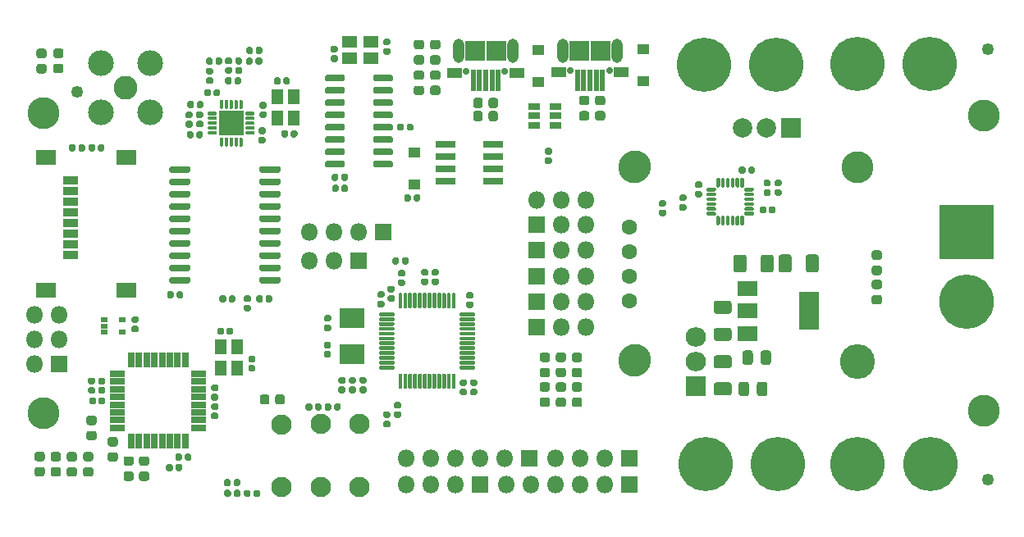
<source format=gts>
G04 #@! TF.GenerationSoftware,KiCad,Pcbnew,(5.1.6)-1*
G04 #@! TF.CreationDate,2022-01-03T12:19:35+01:00*
G04 #@! TF.ProjectId,CURSO_PCB_DRONE,43555253-4f5f-4504-9342-5f44524f4e45,rev?*
G04 #@! TF.SameCoordinates,Original*
G04 #@! TF.FileFunction,Soldermask,Top*
G04 #@! TF.FilePolarity,Negative*
%FSLAX46Y46*%
G04 Gerber Fmt 4.6, Leading zero omitted, Abs format (unit mm)*
G04 Created by KiCad (PCBNEW (5.1.6)-1) date 2022-01-03 12:19:35*
%MOMM*%
%LPD*%
G01*
G04 APERTURE LIST*
%ADD10C,3.300000*%
%ADD11C,1.252000*%
%ADD12O,1.800000X1.800000*%
%ADD13R,1.800000X1.800000*%
%ADD14R,2.500000X2.100000*%
%ADD15C,0.700000*%
%ADD16R,0.500000X2.200000*%
%ADD17R,1.600000X1.100000*%
%ADD18R,2.000000X2.000000*%
%ADD19O,1.200000X2.500000*%
%ADD20R,1.500000X1.300000*%
%ADD21R,1.600000X0.900000*%
%ADD22R,2.100000X1.550000*%
%ADD23C,5.600000*%
%ADD24C,1.600000*%
%ADD25C,2.462200*%
%ADD26C,2.652700*%
%ADD27C,5.616000*%
%ADD28R,5.616000X5.616000*%
%ADD29C,2.100000*%
%ADD30C,2.000000*%
%ADD31R,0.650000X1.600000*%
%ADD32R,1.600000X0.650000*%
%ADD33R,2.100000X0.700000*%
%ADD34R,2.600000X2.600000*%
%ADD35R,1.160000X0.750000*%
%ADD36R,0.750000X0.500000*%
%ADD37O,2.100000X2.005000*%
%ADD38R,2.100000X2.005000*%
%ADD39O,3.600000X3.600000*%
%ADD40R,2.100000X1.600000*%
%ADD41R,2.100000X3.900000*%
%ADD42R,1.300000X1.500000*%
%ADD43R,1.300000X1.000000*%
G04 APERTURE END LIST*
D10*
X143408820Y-99284860D03*
X143408820Y-79284860D03*
X179416820Y-104534860D03*
X179416820Y-74034860D03*
X82408820Y-73784860D03*
X82408820Y-104784860D03*
D11*
X179806600Y-67144900D03*
G36*
G01*
X117025880Y-94652320D02*
X117025880Y-94452320D01*
G75*
G02*
X117125880Y-94352320I100000J0D01*
G01*
X118500880Y-94352320D01*
G75*
G02*
X118600880Y-94452320I0J-100000D01*
G01*
X118600880Y-94652320D01*
G75*
G02*
X118500880Y-94752320I-100000J0D01*
G01*
X117125880Y-94752320D01*
G75*
G02*
X117025880Y-94652320I0J100000D01*
G01*
G37*
G36*
G01*
X117025880Y-95152320D02*
X117025880Y-94952320D01*
G75*
G02*
X117125880Y-94852320I100000J0D01*
G01*
X118500880Y-94852320D01*
G75*
G02*
X118600880Y-94952320I0J-100000D01*
G01*
X118600880Y-95152320D01*
G75*
G02*
X118500880Y-95252320I-100000J0D01*
G01*
X117125880Y-95252320D01*
G75*
G02*
X117025880Y-95152320I0J100000D01*
G01*
G37*
G36*
G01*
X117025880Y-95652320D02*
X117025880Y-95452320D01*
G75*
G02*
X117125880Y-95352320I100000J0D01*
G01*
X118500880Y-95352320D01*
G75*
G02*
X118600880Y-95452320I0J-100000D01*
G01*
X118600880Y-95652320D01*
G75*
G02*
X118500880Y-95752320I-100000J0D01*
G01*
X117125880Y-95752320D01*
G75*
G02*
X117025880Y-95652320I0J100000D01*
G01*
G37*
G36*
G01*
X117025880Y-96152320D02*
X117025880Y-95952320D01*
G75*
G02*
X117125880Y-95852320I100000J0D01*
G01*
X118500880Y-95852320D01*
G75*
G02*
X118600880Y-95952320I0J-100000D01*
G01*
X118600880Y-96152320D01*
G75*
G02*
X118500880Y-96252320I-100000J0D01*
G01*
X117125880Y-96252320D01*
G75*
G02*
X117025880Y-96152320I0J100000D01*
G01*
G37*
G36*
G01*
X117025880Y-96652320D02*
X117025880Y-96452320D01*
G75*
G02*
X117125880Y-96352320I100000J0D01*
G01*
X118500880Y-96352320D01*
G75*
G02*
X118600880Y-96452320I0J-100000D01*
G01*
X118600880Y-96652320D01*
G75*
G02*
X118500880Y-96752320I-100000J0D01*
G01*
X117125880Y-96752320D01*
G75*
G02*
X117025880Y-96652320I0J100000D01*
G01*
G37*
G36*
G01*
X117025880Y-97152320D02*
X117025880Y-96952320D01*
G75*
G02*
X117125880Y-96852320I100000J0D01*
G01*
X118500880Y-96852320D01*
G75*
G02*
X118600880Y-96952320I0J-100000D01*
G01*
X118600880Y-97152320D01*
G75*
G02*
X118500880Y-97252320I-100000J0D01*
G01*
X117125880Y-97252320D01*
G75*
G02*
X117025880Y-97152320I0J100000D01*
G01*
G37*
G36*
G01*
X117025880Y-97652320D02*
X117025880Y-97452320D01*
G75*
G02*
X117125880Y-97352320I100000J0D01*
G01*
X118500880Y-97352320D01*
G75*
G02*
X118600880Y-97452320I0J-100000D01*
G01*
X118600880Y-97652320D01*
G75*
G02*
X118500880Y-97752320I-100000J0D01*
G01*
X117125880Y-97752320D01*
G75*
G02*
X117025880Y-97652320I0J100000D01*
G01*
G37*
G36*
G01*
X117025880Y-98152320D02*
X117025880Y-97952320D01*
G75*
G02*
X117125880Y-97852320I100000J0D01*
G01*
X118500880Y-97852320D01*
G75*
G02*
X118600880Y-97952320I0J-100000D01*
G01*
X118600880Y-98152320D01*
G75*
G02*
X118500880Y-98252320I-100000J0D01*
G01*
X117125880Y-98252320D01*
G75*
G02*
X117025880Y-98152320I0J100000D01*
G01*
G37*
G36*
G01*
X117025880Y-98652320D02*
X117025880Y-98452320D01*
G75*
G02*
X117125880Y-98352320I100000J0D01*
G01*
X118500880Y-98352320D01*
G75*
G02*
X118600880Y-98452320I0J-100000D01*
G01*
X118600880Y-98652320D01*
G75*
G02*
X118500880Y-98752320I-100000J0D01*
G01*
X117125880Y-98752320D01*
G75*
G02*
X117025880Y-98652320I0J100000D01*
G01*
G37*
G36*
G01*
X117025880Y-99152320D02*
X117025880Y-98952320D01*
G75*
G02*
X117125880Y-98852320I100000J0D01*
G01*
X118500880Y-98852320D01*
G75*
G02*
X118600880Y-98952320I0J-100000D01*
G01*
X118600880Y-99152320D01*
G75*
G02*
X118500880Y-99252320I-100000J0D01*
G01*
X117125880Y-99252320D01*
G75*
G02*
X117025880Y-99152320I0J100000D01*
G01*
G37*
G36*
G01*
X117025880Y-99652320D02*
X117025880Y-99452320D01*
G75*
G02*
X117125880Y-99352320I100000J0D01*
G01*
X118500880Y-99352320D01*
G75*
G02*
X118600880Y-99452320I0J-100000D01*
G01*
X118600880Y-99652320D01*
G75*
G02*
X118500880Y-99752320I-100000J0D01*
G01*
X117125880Y-99752320D01*
G75*
G02*
X117025880Y-99652320I0J100000D01*
G01*
G37*
G36*
G01*
X117025880Y-100152320D02*
X117025880Y-99952320D01*
G75*
G02*
X117125880Y-99852320I100000J0D01*
G01*
X118500880Y-99852320D01*
G75*
G02*
X118600880Y-99952320I0J-100000D01*
G01*
X118600880Y-100152320D01*
G75*
G02*
X118500880Y-100252320I-100000J0D01*
G01*
X117125880Y-100252320D01*
G75*
G02*
X117025880Y-100152320I0J100000D01*
G01*
G37*
G36*
G01*
X119025880Y-102152320D02*
X119025880Y-100777320D01*
G75*
G02*
X119125880Y-100677320I100000J0D01*
G01*
X119325880Y-100677320D01*
G75*
G02*
X119425880Y-100777320I0J-100000D01*
G01*
X119425880Y-102152320D01*
G75*
G02*
X119325880Y-102252320I-100000J0D01*
G01*
X119125880Y-102252320D01*
G75*
G02*
X119025880Y-102152320I0J100000D01*
G01*
G37*
G36*
G01*
X119525880Y-102152320D02*
X119525880Y-100777320D01*
G75*
G02*
X119625880Y-100677320I100000J0D01*
G01*
X119825880Y-100677320D01*
G75*
G02*
X119925880Y-100777320I0J-100000D01*
G01*
X119925880Y-102152320D01*
G75*
G02*
X119825880Y-102252320I-100000J0D01*
G01*
X119625880Y-102252320D01*
G75*
G02*
X119525880Y-102152320I0J100000D01*
G01*
G37*
G36*
G01*
X120025880Y-102152320D02*
X120025880Y-100777320D01*
G75*
G02*
X120125880Y-100677320I100000J0D01*
G01*
X120325880Y-100677320D01*
G75*
G02*
X120425880Y-100777320I0J-100000D01*
G01*
X120425880Y-102152320D01*
G75*
G02*
X120325880Y-102252320I-100000J0D01*
G01*
X120125880Y-102252320D01*
G75*
G02*
X120025880Y-102152320I0J100000D01*
G01*
G37*
G36*
G01*
X120525880Y-102152320D02*
X120525880Y-100777320D01*
G75*
G02*
X120625880Y-100677320I100000J0D01*
G01*
X120825880Y-100677320D01*
G75*
G02*
X120925880Y-100777320I0J-100000D01*
G01*
X120925880Y-102152320D01*
G75*
G02*
X120825880Y-102252320I-100000J0D01*
G01*
X120625880Y-102252320D01*
G75*
G02*
X120525880Y-102152320I0J100000D01*
G01*
G37*
G36*
G01*
X121025880Y-102152320D02*
X121025880Y-100777320D01*
G75*
G02*
X121125880Y-100677320I100000J0D01*
G01*
X121325880Y-100677320D01*
G75*
G02*
X121425880Y-100777320I0J-100000D01*
G01*
X121425880Y-102152320D01*
G75*
G02*
X121325880Y-102252320I-100000J0D01*
G01*
X121125880Y-102252320D01*
G75*
G02*
X121025880Y-102152320I0J100000D01*
G01*
G37*
G36*
G01*
X121525880Y-102152320D02*
X121525880Y-100777320D01*
G75*
G02*
X121625880Y-100677320I100000J0D01*
G01*
X121825880Y-100677320D01*
G75*
G02*
X121925880Y-100777320I0J-100000D01*
G01*
X121925880Y-102152320D01*
G75*
G02*
X121825880Y-102252320I-100000J0D01*
G01*
X121625880Y-102252320D01*
G75*
G02*
X121525880Y-102152320I0J100000D01*
G01*
G37*
G36*
G01*
X122025880Y-102152320D02*
X122025880Y-100777320D01*
G75*
G02*
X122125880Y-100677320I100000J0D01*
G01*
X122325880Y-100677320D01*
G75*
G02*
X122425880Y-100777320I0J-100000D01*
G01*
X122425880Y-102152320D01*
G75*
G02*
X122325880Y-102252320I-100000J0D01*
G01*
X122125880Y-102252320D01*
G75*
G02*
X122025880Y-102152320I0J100000D01*
G01*
G37*
G36*
G01*
X122525880Y-102152320D02*
X122525880Y-100777320D01*
G75*
G02*
X122625880Y-100677320I100000J0D01*
G01*
X122825880Y-100677320D01*
G75*
G02*
X122925880Y-100777320I0J-100000D01*
G01*
X122925880Y-102152320D01*
G75*
G02*
X122825880Y-102252320I-100000J0D01*
G01*
X122625880Y-102252320D01*
G75*
G02*
X122525880Y-102152320I0J100000D01*
G01*
G37*
G36*
G01*
X123025880Y-102152320D02*
X123025880Y-100777320D01*
G75*
G02*
X123125880Y-100677320I100000J0D01*
G01*
X123325880Y-100677320D01*
G75*
G02*
X123425880Y-100777320I0J-100000D01*
G01*
X123425880Y-102152320D01*
G75*
G02*
X123325880Y-102252320I-100000J0D01*
G01*
X123125880Y-102252320D01*
G75*
G02*
X123025880Y-102152320I0J100000D01*
G01*
G37*
G36*
G01*
X123525880Y-102152320D02*
X123525880Y-100777320D01*
G75*
G02*
X123625880Y-100677320I100000J0D01*
G01*
X123825880Y-100677320D01*
G75*
G02*
X123925880Y-100777320I0J-100000D01*
G01*
X123925880Y-102152320D01*
G75*
G02*
X123825880Y-102252320I-100000J0D01*
G01*
X123625880Y-102252320D01*
G75*
G02*
X123525880Y-102152320I0J100000D01*
G01*
G37*
G36*
G01*
X124025880Y-102152320D02*
X124025880Y-100777320D01*
G75*
G02*
X124125880Y-100677320I100000J0D01*
G01*
X124325880Y-100677320D01*
G75*
G02*
X124425880Y-100777320I0J-100000D01*
G01*
X124425880Y-102152320D01*
G75*
G02*
X124325880Y-102252320I-100000J0D01*
G01*
X124125880Y-102252320D01*
G75*
G02*
X124025880Y-102152320I0J100000D01*
G01*
G37*
G36*
G01*
X124525880Y-102152320D02*
X124525880Y-100777320D01*
G75*
G02*
X124625880Y-100677320I100000J0D01*
G01*
X124825880Y-100677320D01*
G75*
G02*
X124925880Y-100777320I0J-100000D01*
G01*
X124925880Y-102152320D01*
G75*
G02*
X124825880Y-102252320I-100000J0D01*
G01*
X124625880Y-102252320D01*
G75*
G02*
X124525880Y-102152320I0J100000D01*
G01*
G37*
G36*
G01*
X125350880Y-100152320D02*
X125350880Y-99952320D01*
G75*
G02*
X125450880Y-99852320I100000J0D01*
G01*
X126825880Y-99852320D01*
G75*
G02*
X126925880Y-99952320I0J-100000D01*
G01*
X126925880Y-100152320D01*
G75*
G02*
X126825880Y-100252320I-100000J0D01*
G01*
X125450880Y-100252320D01*
G75*
G02*
X125350880Y-100152320I0J100000D01*
G01*
G37*
G36*
G01*
X125350880Y-99652320D02*
X125350880Y-99452320D01*
G75*
G02*
X125450880Y-99352320I100000J0D01*
G01*
X126825880Y-99352320D01*
G75*
G02*
X126925880Y-99452320I0J-100000D01*
G01*
X126925880Y-99652320D01*
G75*
G02*
X126825880Y-99752320I-100000J0D01*
G01*
X125450880Y-99752320D01*
G75*
G02*
X125350880Y-99652320I0J100000D01*
G01*
G37*
G36*
G01*
X125350880Y-99152320D02*
X125350880Y-98952320D01*
G75*
G02*
X125450880Y-98852320I100000J0D01*
G01*
X126825880Y-98852320D01*
G75*
G02*
X126925880Y-98952320I0J-100000D01*
G01*
X126925880Y-99152320D01*
G75*
G02*
X126825880Y-99252320I-100000J0D01*
G01*
X125450880Y-99252320D01*
G75*
G02*
X125350880Y-99152320I0J100000D01*
G01*
G37*
G36*
G01*
X125350880Y-98652320D02*
X125350880Y-98452320D01*
G75*
G02*
X125450880Y-98352320I100000J0D01*
G01*
X126825880Y-98352320D01*
G75*
G02*
X126925880Y-98452320I0J-100000D01*
G01*
X126925880Y-98652320D01*
G75*
G02*
X126825880Y-98752320I-100000J0D01*
G01*
X125450880Y-98752320D01*
G75*
G02*
X125350880Y-98652320I0J100000D01*
G01*
G37*
G36*
G01*
X125350880Y-98152320D02*
X125350880Y-97952320D01*
G75*
G02*
X125450880Y-97852320I100000J0D01*
G01*
X126825880Y-97852320D01*
G75*
G02*
X126925880Y-97952320I0J-100000D01*
G01*
X126925880Y-98152320D01*
G75*
G02*
X126825880Y-98252320I-100000J0D01*
G01*
X125450880Y-98252320D01*
G75*
G02*
X125350880Y-98152320I0J100000D01*
G01*
G37*
G36*
G01*
X125350880Y-97652320D02*
X125350880Y-97452320D01*
G75*
G02*
X125450880Y-97352320I100000J0D01*
G01*
X126825880Y-97352320D01*
G75*
G02*
X126925880Y-97452320I0J-100000D01*
G01*
X126925880Y-97652320D01*
G75*
G02*
X126825880Y-97752320I-100000J0D01*
G01*
X125450880Y-97752320D01*
G75*
G02*
X125350880Y-97652320I0J100000D01*
G01*
G37*
G36*
G01*
X125350880Y-97152320D02*
X125350880Y-96952320D01*
G75*
G02*
X125450880Y-96852320I100000J0D01*
G01*
X126825880Y-96852320D01*
G75*
G02*
X126925880Y-96952320I0J-100000D01*
G01*
X126925880Y-97152320D01*
G75*
G02*
X126825880Y-97252320I-100000J0D01*
G01*
X125450880Y-97252320D01*
G75*
G02*
X125350880Y-97152320I0J100000D01*
G01*
G37*
G36*
G01*
X125350880Y-96652320D02*
X125350880Y-96452320D01*
G75*
G02*
X125450880Y-96352320I100000J0D01*
G01*
X126825880Y-96352320D01*
G75*
G02*
X126925880Y-96452320I0J-100000D01*
G01*
X126925880Y-96652320D01*
G75*
G02*
X126825880Y-96752320I-100000J0D01*
G01*
X125450880Y-96752320D01*
G75*
G02*
X125350880Y-96652320I0J100000D01*
G01*
G37*
G36*
G01*
X125350880Y-96152320D02*
X125350880Y-95952320D01*
G75*
G02*
X125450880Y-95852320I100000J0D01*
G01*
X126825880Y-95852320D01*
G75*
G02*
X126925880Y-95952320I0J-100000D01*
G01*
X126925880Y-96152320D01*
G75*
G02*
X126825880Y-96252320I-100000J0D01*
G01*
X125450880Y-96252320D01*
G75*
G02*
X125350880Y-96152320I0J100000D01*
G01*
G37*
G36*
G01*
X125350880Y-95652320D02*
X125350880Y-95452320D01*
G75*
G02*
X125450880Y-95352320I100000J0D01*
G01*
X126825880Y-95352320D01*
G75*
G02*
X126925880Y-95452320I0J-100000D01*
G01*
X126925880Y-95652320D01*
G75*
G02*
X126825880Y-95752320I-100000J0D01*
G01*
X125450880Y-95752320D01*
G75*
G02*
X125350880Y-95652320I0J100000D01*
G01*
G37*
G36*
G01*
X125350880Y-95152320D02*
X125350880Y-94952320D01*
G75*
G02*
X125450880Y-94852320I100000J0D01*
G01*
X126825880Y-94852320D01*
G75*
G02*
X126925880Y-94952320I0J-100000D01*
G01*
X126925880Y-95152320D01*
G75*
G02*
X126825880Y-95252320I-100000J0D01*
G01*
X125450880Y-95252320D01*
G75*
G02*
X125350880Y-95152320I0J100000D01*
G01*
G37*
G36*
G01*
X125350880Y-94652320D02*
X125350880Y-94452320D01*
G75*
G02*
X125450880Y-94352320I100000J0D01*
G01*
X126825880Y-94352320D01*
G75*
G02*
X126925880Y-94452320I0J-100000D01*
G01*
X126925880Y-94652320D01*
G75*
G02*
X126825880Y-94752320I-100000J0D01*
G01*
X125450880Y-94752320D01*
G75*
G02*
X125350880Y-94652320I0J100000D01*
G01*
G37*
G36*
G01*
X124525880Y-93827320D02*
X124525880Y-92452320D01*
G75*
G02*
X124625880Y-92352320I100000J0D01*
G01*
X124825880Y-92352320D01*
G75*
G02*
X124925880Y-92452320I0J-100000D01*
G01*
X124925880Y-93827320D01*
G75*
G02*
X124825880Y-93927320I-100000J0D01*
G01*
X124625880Y-93927320D01*
G75*
G02*
X124525880Y-93827320I0J100000D01*
G01*
G37*
G36*
G01*
X124025880Y-93827320D02*
X124025880Y-92452320D01*
G75*
G02*
X124125880Y-92352320I100000J0D01*
G01*
X124325880Y-92352320D01*
G75*
G02*
X124425880Y-92452320I0J-100000D01*
G01*
X124425880Y-93827320D01*
G75*
G02*
X124325880Y-93927320I-100000J0D01*
G01*
X124125880Y-93927320D01*
G75*
G02*
X124025880Y-93827320I0J100000D01*
G01*
G37*
G36*
G01*
X123525880Y-93827320D02*
X123525880Y-92452320D01*
G75*
G02*
X123625880Y-92352320I100000J0D01*
G01*
X123825880Y-92352320D01*
G75*
G02*
X123925880Y-92452320I0J-100000D01*
G01*
X123925880Y-93827320D01*
G75*
G02*
X123825880Y-93927320I-100000J0D01*
G01*
X123625880Y-93927320D01*
G75*
G02*
X123525880Y-93827320I0J100000D01*
G01*
G37*
G36*
G01*
X123025880Y-93827320D02*
X123025880Y-92452320D01*
G75*
G02*
X123125880Y-92352320I100000J0D01*
G01*
X123325880Y-92352320D01*
G75*
G02*
X123425880Y-92452320I0J-100000D01*
G01*
X123425880Y-93827320D01*
G75*
G02*
X123325880Y-93927320I-100000J0D01*
G01*
X123125880Y-93927320D01*
G75*
G02*
X123025880Y-93827320I0J100000D01*
G01*
G37*
G36*
G01*
X122525880Y-93827320D02*
X122525880Y-92452320D01*
G75*
G02*
X122625880Y-92352320I100000J0D01*
G01*
X122825880Y-92352320D01*
G75*
G02*
X122925880Y-92452320I0J-100000D01*
G01*
X122925880Y-93827320D01*
G75*
G02*
X122825880Y-93927320I-100000J0D01*
G01*
X122625880Y-93927320D01*
G75*
G02*
X122525880Y-93827320I0J100000D01*
G01*
G37*
G36*
G01*
X122025880Y-93827320D02*
X122025880Y-92452320D01*
G75*
G02*
X122125880Y-92352320I100000J0D01*
G01*
X122325880Y-92352320D01*
G75*
G02*
X122425880Y-92452320I0J-100000D01*
G01*
X122425880Y-93827320D01*
G75*
G02*
X122325880Y-93927320I-100000J0D01*
G01*
X122125880Y-93927320D01*
G75*
G02*
X122025880Y-93827320I0J100000D01*
G01*
G37*
G36*
G01*
X121525880Y-93827320D02*
X121525880Y-92452320D01*
G75*
G02*
X121625880Y-92352320I100000J0D01*
G01*
X121825880Y-92352320D01*
G75*
G02*
X121925880Y-92452320I0J-100000D01*
G01*
X121925880Y-93827320D01*
G75*
G02*
X121825880Y-93927320I-100000J0D01*
G01*
X121625880Y-93927320D01*
G75*
G02*
X121525880Y-93827320I0J100000D01*
G01*
G37*
G36*
G01*
X121025880Y-93827320D02*
X121025880Y-92452320D01*
G75*
G02*
X121125880Y-92352320I100000J0D01*
G01*
X121325880Y-92352320D01*
G75*
G02*
X121425880Y-92452320I0J-100000D01*
G01*
X121425880Y-93827320D01*
G75*
G02*
X121325880Y-93927320I-100000J0D01*
G01*
X121125880Y-93927320D01*
G75*
G02*
X121025880Y-93827320I0J100000D01*
G01*
G37*
G36*
G01*
X120525880Y-93827320D02*
X120525880Y-92452320D01*
G75*
G02*
X120625880Y-92352320I100000J0D01*
G01*
X120825880Y-92352320D01*
G75*
G02*
X120925880Y-92452320I0J-100000D01*
G01*
X120925880Y-93827320D01*
G75*
G02*
X120825880Y-93927320I-100000J0D01*
G01*
X120625880Y-93927320D01*
G75*
G02*
X120525880Y-93827320I0J100000D01*
G01*
G37*
G36*
G01*
X120025880Y-93827320D02*
X120025880Y-92452320D01*
G75*
G02*
X120125880Y-92352320I100000J0D01*
G01*
X120325880Y-92352320D01*
G75*
G02*
X120425880Y-92452320I0J-100000D01*
G01*
X120425880Y-93827320D01*
G75*
G02*
X120325880Y-93927320I-100000J0D01*
G01*
X120125880Y-93927320D01*
G75*
G02*
X120025880Y-93827320I0J100000D01*
G01*
G37*
G36*
G01*
X119525880Y-93827320D02*
X119525880Y-92452320D01*
G75*
G02*
X119625880Y-92352320I100000J0D01*
G01*
X119825880Y-92352320D01*
G75*
G02*
X119925880Y-92452320I0J-100000D01*
G01*
X119925880Y-93827320D01*
G75*
G02*
X119825880Y-93927320I-100000J0D01*
G01*
X119625880Y-93927320D01*
G75*
G02*
X119525880Y-93827320I0J100000D01*
G01*
G37*
G36*
G01*
X119025880Y-93827320D02*
X119025880Y-92452320D01*
G75*
G02*
X119125880Y-92352320I100000J0D01*
G01*
X119325880Y-92352320D01*
G75*
G02*
X119425880Y-92452320I0J-100000D01*
G01*
X119425880Y-93827320D01*
G75*
G02*
X119325880Y-93927320I-100000J0D01*
G01*
X119125880Y-93927320D01*
G75*
G02*
X119025880Y-93827320I0J100000D01*
G01*
G37*
D12*
X109792520Y-86063400D03*
X112332520Y-86063400D03*
X114872520Y-86063400D03*
D13*
X117412520Y-86063400D03*
D14*
X114223000Y-98678680D03*
X114223000Y-94978680D03*
D11*
X85864700Y-71615300D03*
X179816760Y-111650780D03*
D15*
X136780000Y-69410000D03*
X140780000Y-69410000D03*
D16*
X140080000Y-70360000D03*
X139430000Y-70360000D03*
X138780000Y-70360000D03*
X138130000Y-70360000D03*
X137480000Y-70360000D03*
D17*
X141980000Y-69560000D03*
X135580000Y-69560000D03*
D18*
X139880000Y-67310000D03*
X137680000Y-67310000D03*
D19*
X135955000Y-67310000D03*
X141605000Y-67310000D03*
X130845000Y-67360000D03*
X125195000Y-67360000D03*
D18*
X126920000Y-67360000D03*
X129120000Y-67360000D03*
D17*
X124820000Y-69610000D03*
X131220000Y-69610000D03*
D16*
X126720000Y-70410000D03*
X127370000Y-70410000D03*
X128020000Y-70410000D03*
X128670000Y-70410000D03*
X129320000Y-70410000D03*
D15*
X130020000Y-69460000D03*
X126020000Y-69460000D03*
D20*
X113980000Y-66440000D03*
X116180000Y-66440000D03*
X116180000Y-68140000D03*
X113980000Y-68140000D03*
D21*
X85220000Y-88410000D03*
X85220000Y-87310000D03*
X85220000Y-86210000D03*
X85220000Y-85110000D03*
X85220000Y-84010000D03*
X85220000Y-82910000D03*
X85220000Y-81810000D03*
X85220000Y-80710000D03*
D22*
X90920000Y-92090000D03*
X90920000Y-78330000D03*
X82620000Y-78330000D03*
X82620000Y-92090000D03*
G36*
G01*
X151780800Y-84070880D02*
X151780800Y-84270880D01*
G75*
G02*
X151680800Y-84370880I-100000J0D01*
G01*
X150930800Y-84370880D01*
G75*
G02*
X150830800Y-84270880I0J100000D01*
G01*
X150830800Y-84070880D01*
G75*
G02*
X150930800Y-83970880I100000J0D01*
G01*
X151680800Y-83970880D01*
G75*
G02*
X151780800Y-84070880I0J-100000D01*
G01*
G37*
G36*
G01*
X151780800Y-83570880D02*
X151780800Y-83770880D01*
G75*
G02*
X151680800Y-83870880I-100000J0D01*
G01*
X150930800Y-83870880D01*
G75*
G02*
X150830800Y-83770880I0J100000D01*
G01*
X150830800Y-83570880D01*
G75*
G02*
X150930800Y-83470880I100000J0D01*
G01*
X151680800Y-83470880D01*
G75*
G02*
X151780800Y-83570880I0J-100000D01*
G01*
G37*
G36*
G01*
X151780800Y-83070880D02*
X151780800Y-83270880D01*
G75*
G02*
X151680800Y-83370880I-100000J0D01*
G01*
X150930800Y-83370880D01*
G75*
G02*
X150830800Y-83270880I0J100000D01*
G01*
X150830800Y-83070880D01*
G75*
G02*
X150930800Y-82970880I100000J0D01*
G01*
X151680800Y-82970880D01*
G75*
G02*
X151780800Y-83070880I0J-100000D01*
G01*
G37*
G36*
G01*
X151780800Y-82570880D02*
X151780800Y-82770880D01*
G75*
G02*
X151680800Y-82870880I-100000J0D01*
G01*
X150930800Y-82870880D01*
G75*
G02*
X150830800Y-82770880I0J100000D01*
G01*
X150830800Y-82570880D01*
G75*
G02*
X150930800Y-82470880I100000J0D01*
G01*
X151680800Y-82470880D01*
G75*
G02*
X151780800Y-82570880I0J-100000D01*
G01*
G37*
G36*
G01*
X151780800Y-82070880D02*
X151780800Y-82270880D01*
G75*
G02*
X151680800Y-82370880I-100000J0D01*
G01*
X150930800Y-82370880D01*
G75*
G02*
X150830800Y-82270880I0J100000D01*
G01*
X150830800Y-82070880D01*
G75*
G02*
X150930800Y-81970880I100000J0D01*
G01*
X151680800Y-81970880D01*
G75*
G02*
X151780800Y-82070880I0J-100000D01*
G01*
G37*
G36*
G01*
X151780800Y-81570880D02*
X151780800Y-81770880D01*
G75*
G02*
X151680800Y-81870880I-100000J0D01*
G01*
X150930800Y-81870880D01*
G75*
G02*
X150830800Y-81770880I0J100000D01*
G01*
X150830800Y-81570880D01*
G75*
G02*
X150930800Y-81470880I100000J0D01*
G01*
X151680800Y-81470880D01*
G75*
G02*
X151780800Y-81570880I0J-100000D01*
G01*
G37*
G36*
G01*
X152105800Y-81445880D02*
X151905800Y-81445880D01*
G75*
G02*
X151805800Y-81345880I0J100000D01*
G01*
X151805800Y-80595880D01*
G75*
G02*
X151905800Y-80495880I100000J0D01*
G01*
X152105800Y-80495880D01*
G75*
G02*
X152205800Y-80595880I0J-100000D01*
G01*
X152205800Y-81345880D01*
G75*
G02*
X152105800Y-81445880I-100000J0D01*
G01*
G37*
G36*
G01*
X152605800Y-81445880D02*
X152405800Y-81445880D01*
G75*
G02*
X152305800Y-81345880I0J100000D01*
G01*
X152305800Y-80595880D01*
G75*
G02*
X152405800Y-80495880I100000J0D01*
G01*
X152605800Y-80495880D01*
G75*
G02*
X152705800Y-80595880I0J-100000D01*
G01*
X152705800Y-81345880D01*
G75*
G02*
X152605800Y-81445880I-100000J0D01*
G01*
G37*
G36*
G01*
X153105800Y-81445880D02*
X152905800Y-81445880D01*
G75*
G02*
X152805800Y-81345880I0J100000D01*
G01*
X152805800Y-80595880D01*
G75*
G02*
X152905800Y-80495880I100000J0D01*
G01*
X153105800Y-80495880D01*
G75*
G02*
X153205800Y-80595880I0J-100000D01*
G01*
X153205800Y-81345880D01*
G75*
G02*
X153105800Y-81445880I-100000J0D01*
G01*
G37*
G36*
G01*
X153605800Y-81445880D02*
X153405800Y-81445880D01*
G75*
G02*
X153305800Y-81345880I0J100000D01*
G01*
X153305800Y-80595880D01*
G75*
G02*
X153405800Y-80495880I100000J0D01*
G01*
X153605800Y-80495880D01*
G75*
G02*
X153705800Y-80595880I0J-100000D01*
G01*
X153705800Y-81345880D01*
G75*
G02*
X153605800Y-81445880I-100000J0D01*
G01*
G37*
G36*
G01*
X154105800Y-81445880D02*
X153905800Y-81445880D01*
G75*
G02*
X153805800Y-81345880I0J100000D01*
G01*
X153805800Y-80595880D01*
G75*
G02*
X153905800Y-80495880I100000J0D01*
G01*
X154105800Y-80495880D01*
G75*
G02*
X154205800Y-80595880I0J-100000D01*
G01*
X154205800Y-81345880D01*
G75*
G02*
X154105800Y-81445880I-100000J0D01*
G01*
G37*
G36*
G01*
X154605800Y-81445880D02*
X154405800Y-81445880D01*
G75*
G02*
X154305800Y-81345880I0J100000D01*
G01*
X154305800Y-80595880D01*
G75*
G02*
X154405800Y-80495880I100000J0D01*
G01*
X154605800Y-80495880D01*
G75*
G02*
X154705800Y-80595880I0J-100000D01*
G01*
X154705800Y-81345880D01*
G75*
G02*
X154605800Y-81445880I-100000J0D01*
G01*
G37*
G36*
G01*
X155680800Y-81570880D02*
X155680800Y-81770880D01*
G75*
G02*
X155580800Y-81870880I-100000J0D01*
G01*
X154830800Y-81870880D01*
G75*
G02*
X154730800Y-81770880I0J100000D01*
G01*
X154730800Y-81570880D01*
G75*
G02*
X154830800Y-81470880I100000J0D01*
G01*
X155580800Y-81470880D01*
G75*
G02*
X155680800Y-81570880I0J-100000D01*
G01*
G37*
G36*
G01*
X155680800Y-82070880D02*
X155680800Y-82270880D01*
G75*
G02*
X155580800Y-82370880I-100000J0D01*
G01*
X154830800Y-82370880D01*
G75*
G02*
X154730800Y-82270880I0J100000D01*
G01*
X154730800Y-82070880D01*
G75*
G02*
X154830800Y-81970880I100000J0D01*
G01*
X155580800Y-81970880D01*
G75*
G02*
X155680800Y-82070880I0J-100000D01*
G01*
G37*
G36*
G01*
X155680800Y-82570880D02*
X155680800Y-82770880D01*
G75*
G02*
X155580800Y-82870880I-100000J0D01*
G01*
X154830800Y-82870880D01*
G75*
G02*
X154730800Y-82770880I0J100000D01*
G01*
X154730800Y-82570880D01*
G75*
G02*
X154830800Y-82470880I100000J0D01*
G01*
X155580800Y-82470880D01*
G75*
G02*
X155680800Y-82570880I0J-100000D01*
G01*
G37*
G36*
G01*
X155680800Y-83070880D02*
X155680800Y-83270880D01*
G75*
G02*
X155580800Y-83370880I-100000J0D01*
G01*
X154830800Y-83370880D01*
G75*
G02*
X154730800Y-83270880I0J100000D01*
G01*
X154730800Y-83070880D01*
G75*
G02*
X154830800Y-82970880I100000J0D01*
G01*
X155580800Y-82970880D01*
G75*
G02*
X155680800Y-83070880I0J-100000D01*
G01*
G37*
G36*
G01*
X155680800Y-83570880D02*
X155680800Y-83770880D01*
G75*
G02*
X155580800Y-83870880I-100000J0D01*
G01*
X154830800Y-83870880D01*
G75*
G02*
X154730800Y-83770880I0J100000D01*
G01*
X154730800Y-83570880D01*
G75*
G02*
X154830800Y-83470880I100000J0D01*
G01*
X155580800Y-83470880D01*
G75*
G02*
X155680800Y-83570880I0J-100000D01*
G01*
G37*
G36*
G01*
X155680800Y-84070880D02*
X155680800Y-84270880D01*
G75*
G02*
X155580800Y-84370880I-100000J0D01*
G01*
X154830800Y-84370880D01*
G75*
G02*
X154730800Y-84270880I0J100000D01*
G01*
X154730800Y-84070880D01*
G75*
G02*
X154830800Y-83970880I100000J0D01*
G01*
X155580800Y-83970880D01*
G75*
G02*
X155680800Y-84070880I0J-100000D01*
G01*
G37*
G36*
G01*
X154605800Y-85345880D02*
X154405800Y-85345880D01*
G75*
G02*
X154305800Y-85245880I0J100000D01*
G01*
X154305800Y-84495880D01*
G75*
G02*
X154405800Y-84395880I100000J0D01*
G01*
X154605800Y-84395880D01*
G75*
G02*
X154705800Y-84495880I0J-100000D01*
G01*
X154705800Y-85245880D01*
G75*
G02*
X154605800Y-85345880I-100000J0D01*
G01*
G37*
G36*
G01*
X154105800Y-85345880D02*
X153905800Y-85345880D01*
G75*
G02*
X153805800Y-85245880I0J100000D01*
G01*
X153805800Y-84495880D01*
G75*
G02*
X153905800Y-84395880I100000J0D01*
G01*
X154105800Y-84395880D01*
G75*
G02*
X154205800Y-84495880I0J-100000D01*
G01*
X154205800Y-85245880D01*
G75*
G02*
X154105800Y-85345880I-100000J0D01*
G01*
G37*
G36*
G01*
X153605800Y-85345880D02*
X153405800Y-85345880D01*
G75*
G02*
X153305800Y-85245880I0J100000D01*
G01*
X153305800Y-84495880D01*
G75*
G02*
X153405800Y-84395880I100000J0D01*
G01*
X153605800Y-84395880D01*
G75*
G02*
X153705800Y-84495880I0J-100000D01*
G01*
X153705800Y-85245880D01*
G75*
G02*
X153605800Y-85345880I-100000J0D01*
G01*
G37*
G36*
G01*
X153105800Y-85345880D02*
X152905800Y-85345880D01*
G75*
G02*
X152805800Y-85245880I0J100000D01*
G01*
X152805800Y-84495880D01*
G75*
G02*
X152905800Y-84395880I100000J0D01*
G01*
X153105800Y-84395880D01*
G75*
G02*
X153205800Y-84495880I0J-100000D01*
G01*
X153205800Y-85245880D01*
G75*
G02*
X153105800Y-85345880I-100000J0D01*
G01*
G37*
G36*
G01*
X152605800Y-85345880D02*
X152405800Y-85345880D01*
G75*
G02*
X152305800Y-85245880I0J100000D01*
G01*
X152305800Y-84495880D01*
G75*
G02*
X152405800Y-84395880I100000J0D01*
G01*
X152605800Y-84395880D01*
G75*
G02*
X152705800Y-84495880I0J-100000D01*
G01*
X152705800Y-85245880D01*
G75*
G02*
X152605800Y-85345880I-100000J0D01*
G01*
G37*
G36*
G01*
X152105800Y-85345880D02*
X151905800Y-85345880D01*
G75*
G02*
X151805800Y-85245880I0J100000D01*
G01*
X151805800Y-84495880D01*
G75*
G02*
X151905800Y-84395880I100000J0D01*
G01*
X152105800Y-84395880D01*
G75*
G02*
X152205800Y-84495880I0J-100000D01*
G01*
X152205800Y-85245880D01*
G75*
G02*
X152105800Y-85345880I-100000J0D01*
G01*
G37*
G36*
G01*
X156276360Y-83964900D02*
X156276360Y-83569900D01*
G75*
G02*
X156448860Y-83397400I172500J0D01*
G01*
X156793860Y-83397400D01*
G75*
G02*
X156966360Y-83569900I0J-172500D01*
G01*
X156966360Y-83964900D01*
G75*
G02*
X156793860Y-84137400I-172500J0D01*
G01*
X156448860Y-84137400D01*
G75*
G02*
X156276360Y-83964900I0J172500D01*
G01*
G37*
G36*
G01*
X157246360Y-83964900D02*
X157246360Y-83569900D01*
G75*
G02*
X157418860Y-83397400I172500J0D01*
G01*
X157763860Y-83397400D01*
G75*
G02*
X157936360Y-83569900I0J-172500D01*
G01*
X157936360Y-83964900D01*
G75*
G02*
X157763860Y-84137400I-172500J0D01*
G01*
X157418860Y-84137400D01*
G75*
G02*
X157246360Y-83964900I0J172500D01*
G01*
G37*
G36*
G01*
X113500000Y-78880000D02*
X113500000Y-79230000D01*
G75*
G02*
X113325000Y-79405000I-175000J0D01*
G01*
X111625000Y-79405000D01*
G75*
G02*
X111450000Y-79230000I0J175000D01*
G01*
X111450000Y-78880000D01*
G75*
G02*
X111625000Y-78705000I175000J0D01*
G01*
X113325000Y-78705000D01*
G75*
G02*
X113500000Y-78880000I0J-175000D01*
G01*
G37*
G36*
G01*
X113500000Y-77610000D02*
X113500000Y-77960000D01*
G75*
G02*
X113325000Y-78135000I-175000J0D01*
G01*
X111625000Y-78135000D01*
G75*
G02*
X111450000Y-77960000I0J175000D01*
G01*
X111450000Y-77610000D01*
G75*
G02*
X111625000Y-77435000I175000J0D01*
G01*
X113325000Y-77435000D01*
G75*
G02*
X113500000Y-77610000I0J-175000D01*
G01*
G37*
G36*
G01*
X113500000Y-76340000D02*
X113500000Y-76690000D01*
G75*
G02*
X113325000Y-76865000I-175000J0D01*
G01*
X111625000Y-76865000D01*
G75*
G02*
X111450000Y-76690000I0J175000D01*
G01*
X111450000Y-76340000D01*
G75*
G02*
X111625000Y-76165000I175000J0D01*
G01*
X113325000Y-76165000D01*
G75*
G02*
X113500000Y-76340000I0J-175000D01*
G01*
G37*
G36*
G01*
X113500000Y-75070000D02*
X113500000Y-75420000D01*
G75*
G02*
X113325000Y-75595000I-175000J0D01*
G01*
X111625000Y-75595000D01*
G75*
G02*
X111450000Y-75420000I0J175000D01*
G01*
X111450000Y-75070000D01*
G75*
G02*
X111625000Y-74895000I175000J0D01*
G01*
X113325000Y-74895000D01*
G75*
G02*
X113500000Y-75070000I0J-175000D01*
G01*
G37*
G36*
G01*
X113500000Y-73800000D02*
X113500000Y-74150000D01*
G75*
G02*
X113325000Y-74325000I-175000J0D01*
G01*
X111625000Y-74325000D01*
G75*
G02*
X111450000Y-74150000I0J175000D01*
G01*
X111450000Y-73800000D01*
G75*
G02*
X111625000Y-73625000I175000J0D01*
G01*
X113325000Y-73625000D01*
G75*
G02*
X113500000Y-73800000I0J-175000D01*
G01*
G37*
G36*
G01*
X113500000Y-72530000D02*
X113500000Y-72880000D01*
G75*
G02*
X113325000Y-73055000I-175000J0D01*
G01*
X111625000Y-73055000D01*
G75*
G02*
X111450000Y-72880000I0J175000D01*
G01*
X111450000Y-72530000D01*
G75*
G02*
X111625000Y-72355000I175000J0D01*
G01*
X113325000Y-72355000D01*
G75*
G02*
X113500000Y-72530000I0J-175000D01*
G01*
G37*
G36*
G01*
X113500000Y-71260000D02*
X113500000Y-71610000D01*
G75*
G02*
X113325000Y-71785000I-175000J0D01*
G01*
X111625000Y-71785000D01*
G75*
G02*
X111450000Y-71610000I0J175000D01*
G01*
X111450000Y-71260000D01*
G75*
G02*
X111625000Y-71085000I175000J0D01*
G01*
X113325000Y-71085000D01*
G75*
G02*
X113500000Y-71260000I0J-175000D01*
G01*
G37*
G36*
G01*
X113500000Y-69990000D02*
X113500000Y-70340000D01*
G75*
G02*
X113325000Y-70515000I-175000J0D01*
G01*
X111625000Y-70515000D01*
G75*
G02*
X111450000Y-70340000I0J175000D01*
G01*
X111450000Y-69990000D01*
G75*
G02*
X111625000Y-69815000I175000J0D01*
G01*
X113325000Y-69815000D01*
G75*
G02*
X113500000Y-69990000I0J-175000D01*
G01*
G37*
G36*
G01*
X118450000Y-69990000D02*
X118450000Y-70340000D01*
G75*
G02*
X118275000Y-70515000I-175000J0D01*
G01*
X116575000Y-70515000D01*
G75*
G02*
X116400000Y-70340000I0J175000D01*
G01*
X116400000Y-69990000D01*
G75*
G02*
X116575000Y-69815000I175000J0D01*
G01*
X118275000Y-69815000D01*
G75*
G02*
X118450000Y-69990000I0J-175000D01*
G01*
G37*
G36*
G01*
X118450000Y-71260000D02*
X118450000Y-71610000D01*
G75*
G02*
X118275000Y-71785000I-175000J0D01*
G01*
X116575000Y-71785000D01*
G75*
G02*
X116400000Y-71610000I0J175000D01*
G01*
X116400000Y-71260000D01*
G75*
G02*
X116575000Y-71085000I175000J0D01*
G01*
X118275000Y-71085000D01*
G75*
G02*
X118450000Y-71260000I0J-175000D01*
G01*
G37*
G36*
G01*
X118450000Y-72530000D02*
X118450000Y-72880000D01*
G75*
G02*
X118275000Y-73055000I-175000J0D01*
G01*
X116575000Y-73055000D01*
G75*
G02*
X116400000Y-72880000I0J175000D01*
G01*
X116400000Y-72530000D01*
G75*
G02*
X116575000Y-72355000I175000J0D01*
G01*
X118275000Y-72355000D01*
G75*
G02*
X118450000Y-72530000I0J-175000D01*
G01*
G37*
G36*
G01*
X118450000Y-73800000D02*
X118450000Y-74150000D01*
G75*
G02*
X118275000Y-74325000I-175000J0D01*
G01*
X116575000Y-74325000D01*
G75*
G02*
X116400000Y-74150000I0J175000D01*
G01*
X116400000Y-73800000D01*
G75*
G02*
X116575000Y-73625000I175000J0D01*
G01*
X118275000Y-73625000D01*
G75*
G02*
X118450000Y-73800000I0J-175000D01*
G01*
G37*
G36*
G01*
X118450000Y-75070000D02*
X118450000Y-75420000D01*
G75*
G02*
X118275000Y-75595000I-175000J0D01*
G01*
X116575000Y-75595000D01*
G75*
G02*
X116400000Y-75420000I0J175000D01*
G01*
X116400000Y-75070000D01*
G75*
G02*
X116575000Y-74895000I175000J0D01*
G01*
X118275000Y-74895000D01*
G75*
G02*
X118450000Y-75070000I0J-175000D01*
G01*
G37*
G36*
G01*
X118450000Y-76340000D02*
X118450000Y-76690000D01*
G75*
G02*
X118275000Y-76865000I-175000J0D01*
G01*
X116575000Y-76865000D01*
G75*
G02*
X116400000Y-76690000I0J175000D01*
G01*
X116400000Y-76340000D01*
G75*
G02*
X116575000Y-76165000I175000J0D01*
G01*
X118275000Y-76165000D01*
G75*
G02*
X118450000Y-76340000I0J-175000D01*
G01*
G37*
G36*
G01*
X118450000Y-77610000D02*
X118450000Y-77960000D01*
G75*
G02*
X118275000Y-78135000I-175000J0D01*
G01*
X116575000Y-78135000D01*
G75*
G02*
X116400000Y-77960000I0J175000D01*
G01*
X116400000Y-77610000D01*
G75*
G02*
X116575000Y-77435000I175000J0D01*
G01*
X118275000Y-77435000D01*
G75*
G02*
X118450000Y-77610000I0J-175000D01*
G01*
G37*
G36*
G01*
X118450000Y-78880000D02*
X118450000Y-79230000D01*
G75*
G02*
X118275000Y-79405000I-175000J0D01*
G01*
X116575000Y-79405000D01*
G75*
G02*
X116400000Y-79230000I0J175000D01*
G01*
X116400000Y-78880000D01*
G75*
G02*
X116575000Y-78705000I175000J0D01*
G01*
X118275000Y-78705000D01*
G75*
G02*
X118450000Y-78880000I0J-175000D01*
G01*
G37*
G36*
G01*
X113110000Y-80597500D02*
X113110000Y-80202500D01*
G75*
G02*
X113282500Y-80030000I172500J0D01*
G01*
X113627500Y-80030000D01*
G75*
G02*
X113800000Y-80202500I0J-172500D01*
G01*
X113800000Y-80597500D01*
G75*
G02*
X113627500Y-80770000I-172500J0D01*
G01*
X113282500Y-80770000D01*
G75*
G02*
X113110000Y-80597500I0J172500D01*
G01*
G37*
G36*
G01*
X112140000Y-80597500D02*
X112140000Y-80202500D01*
G75*
G02*
X112312500Y-80030000I172500J0D01*
G01*
X112657500Y-80030000D01*
G75*
G02*
X112830000Y-80202500I0J-172500D01*
G01*
X112830000Y-80597500D01*
G75*
G02*
X112657500Y-80770000I-172500J0D01*
G01*
X112312500Y-80770000D01*
G75*
G02*
X112140000Y-80597500I0J172500D01*
G01*
G37*
G36*
G01*
X119864100Y-75424800D02*
X119864100Y-75029800D01*
G75*
G02*
X120036600Y-74857300I172500J0D01*
G01*
X120381600Y-74857300D01*
G75*
G02*
X120554100Y-75029800I0J-172500D01*
G01*
X120554100Y-75424800D01*
G75*
G02*
X120381600Y-75597300I-172500J0D01*
G01*
X120036600Y-75597300D01*
G75*
G02*
X119864100Y-75424800I0J172500D01*
G01*
G37*
G36*
G01*
X118894100Y-75424800D02*
X118894100Y-75029800D01*
G75*
G02*
X119066600Y-74857300I172500J0D01*
G01*
X119411600Y-74857300D01*
G75*
G02*
X119584100Y-75029800I0J-172500D01*
G01*
X119584100Y-75424800D01*
G75*
G02*
X119411600Y-75597300I-172500J0D01*
G01*
X119066600Y-75597300D01*
G75*
G02*
X118894100Y-75424800I0J172500D01*
G01*
G37*
G36*
G01*
X87162500Y-101100000D02*
X87557500Y-101100000D01*
G75*
G02*
X87730000Y-101272500I0J-172500D01*
G01*
X87730000Y-101617500D01*
G75*
G02*
X87557500Y-101790000I-172500J0D01*
G01*
X87162500Y-101790000D01*
G75*
G02*
X86990000Y-101617500I0J172500D01*
G01*
X86990000Y-101272500D01*
G75*
G02*
X87162500Y-101100000I172500J0D01*
G01*
G37*
G36*
G01*
X87162500Y-102070000D02*
X87557500Y-102070000D01*
G75*
G02*
X87730000Y-102242500I0J-172500D01*
G01*
X87730000Y-102587500D01*
G75*
G02*
X87557500Y-102760000I-172500J0D01*
G01*
X87162500Y-102760000D01*
G75*
G02*
X86990000Y-102587500I0J172500D01*
G01*
X86990000Y-102242500D01*
G75*
G02*
X87162500Y-102070000I172500J0D01*
G01*
G37*
G36*
G01*
X99872500Y-102770000D02*
X100267500Y-102770000D01*
G75*
G02*
X100440000Y-102942500I0J-172500D01*
G01*
X100440000Y-103287500D01*
G75*
G02*
X100267500Y-103460000I-172500J0D01*
G01*
X99872500Y-103460000D01*
G75*
G02*
X99700000Y-103287500I0J172500D01*
G01*
X99700000Y-102942500D01*
G75*
G02*
X99872500Y-102770000I172500J0D01*
G01*
G37*
G36*
G01*
X99872500Y-101800000D02*
X100267500Y-101800000D01*
G75*
G02*
X100440000Y-101972500I0J-172500D01*
G01*
X100440000Y-102317500D01*
G75*
G02*
X100267500Y-102490000I-172500J0D01*
G01*
X99872500Y-102490000D01*
G75*
G02*
X99700000Y-102317500I0J172500D01*
G01*
X99700000Y-101972500D01*
G75*
G02*
X99872500Y-101800000I172500J0D01*
G01*
G37*
G36*
G01*
X99872500Y-103740000D02*
X100267500Y-103740000D01*
G75*
G02*
X100440000Y-103912500I0J-172500D01*
G01*
X100440000Y-104257500D01*
G75*
G02*
X100267500Y-104430000I-172500J0D01*
G01*
X99872500Y-104430000D01*
G75*
G02*
X99700000Y-104257500I0J172500D01*
G01*
X99700000Y-103912500D01*
G75*
G02*
X99872500Y-103740000I172500J0D01*
G01*
G37*
G36*
G01*
X99872500Y-104710000D02*
X100267500Y-104710000D01*
G75*
G02*
X100440000Y-104882500I0J-172500D01*
G01*
X100440000Y-105227500D01*
G75*
G02*
X100267500Y-105400000I-172500J0D01*
G01*
X99872500Y-105400000D01*
G75*
G02*
X99700000Y-105227500I0J172500D01*
G01*
X99700000Y-104882500D01*
G75*
G02*
X99872500Y-104710000I172500J0D01*
G01*
G37*
G36*
G01*
X88212500Y-102070000D02*
X88607500Y-102070000D01*
G75*
G02*
X88780000Y-102242500I0J-172500D01*
G01*
X88780000Y-102587500D01*
G75*
G02*
X88607500Y-102760000I-172500J0D01*
G01*
X88212500Y-102760000D01*
G75*
G02*
X88040000Y-102587500I0J172500D01*
G01*
X88040000Y-102242500D01*
G75*
G02*
X88212500Y-102070000I172500J0D01*
G01*
G37*
G36*
G01*
X88212500Y-101100000D02*
X88607500Y-101100000D01*
G75*
G02*
X88780000Y-101272500I0J-172500D01*
G01*
X88780000Y-101617500D01*
G75*
G02*
X88607500Y-101790000I-172500J0D01*
G01*
X88212500Y-101790000D01*
G75*
G02*
X88040000Y-101617500I0J172500D01*
G01*
X88040000Y-101272500D01*
G75*
G02*
X88212500Y-101100000I172500J0D01*
G01*
G37*
G36*
G01*
X119531780Y-90664860D02*
X119136780Y-90664860D01*
G75*
G02*
X118964280Y-90492360I0J172500D01*
G01*
X118964280Y-90147360D01*
G75*
G02*
X119136780Y-89974860I172500J0D01*
G01*
X119531780Y-89974860D01*
G75*
G02*
X119704280Y-90147360I0J-172500D01*
G01*
X119704280Y-90492360D01*
G75*
G02*
X119531780Y-90664860I-172500J0D01*
G01*
G37*
G36*
G01*
X119531780Y-91634860D02*
X119136780Y-91634860D01*
G75*
G02*
X118964280Y-91462360I0J172500D01*
G01*
X118964280Y-91117360D01*
G75*
G02*
X119136780Y-90944860I172500J0D01*
G01*
X119531780Y-90944860D01*
G75*
G02*
X119704280Y-91117360I0J-172500D01*
G01*
X119704280Y-91462360D01*
G75*
G02*
X119531780Y-91634860I-172500J0D01*
G01*
G37*
G36*
G01*
X126577740Y-92951000D02*
X126182740Y-92951000D01*
G75*
G02*
X126010240Y-92778500I0J172500D01*
G01*
X126010240Y-92433500D01*
G75*
G02*
X126182740Y-92261000I172500J0D01*
G01*
X126577740Y-92261000D01*
G75*
G02*
X126750240Y-92433500I0J-172500D01*
G01*
X126750240Y-92778500D01*
G75*
G02*
X126577740Y-92951000I-172500J0D01*
G01*
G37*
G36*
G01*
X126577740Y-93921000D02*
X126182740Y-93921000D01*
G75*
G02*
X126010240Y-93748500I0J172500D01*
G01*
X126010240Y-93403500D01*
G75*
G02*
X126182740Y-93231000I172500J0D01*
G01*
X126577740Y-93231000D01*
G75*
G02*
X126750240Y-93403500I0J-172500D01*
G01*
X126750240Y-93748500D01*
G75*
G02*
X126577740Y-93921000I-172500J0D01*
G01*
G37*
G36*
G01*
X118464980Y-93263140D02*
X118069980Y-93263140D01*
G75*
G02*
X117897480Y-93090640I0J172500D01*
G01*
X117897480Y-92745640D01*
G75*
G02*
X118069980Y-92573140I172500J0D01*
G01*
X118464980Y-92573140D01*
G75*
G02*
X118637480Y-92745640I0J-172500D01*
G01*
X118637480Y-93090640D01*
G75*
G02*
X118464980Y-93263140I-172500J0D01*
G01*
G37*
G36*
G01*
X118464980Y-92293140D02*
X118069980Y-92293140D01*
G75*
G02*
X117897480Y-92120640I0J172500D01*
G01*
X117897480Y-91775640D01*
G75*
G02*
X118069980Y-91603140I172500J0D01*
G01*
X118464980Y-91603140D01*
G75*
G02*
X118637480Y-91775640I0J-172500D01*
G01*
X118637480Y-92120640D01*
G75*
G02*
X118464980Y-92293140I-172500J0D01*
G01*
G37*
G36*
G01*
X115169300Y-101034020D02*
X115564300Y-101034020D01*
G75*
G02*
X115736800Y-101206520I0J-172500D01*
G01*
X115736800Y-101551520D01*
G75*
G02*
X115564300Y-101724020I-172500J0D01*
G01*
X115169300Y-101724020D01*
G75*
G02*
X114996800Y-101551520I0J172500D01*
G01*
X114996800Y-101206520D01*
G75*
G02*
X115169300Y-101034020I172500J0D01*
G01*
G37*
G36*
G01*
X115169300Y-102004020D02*
X115564300Y-102004020D01*
G75*
G02*
X115736800Y-102176520I0J-172500D01*
G01*
X115736800Y-102521520D01*
G75*
G02*
X115564300Y-102694020I-172500J0D01*
G01*
X115169300Y-102694020D01*
G75*
G02*
X114996800Y-102521520I0J172500D01*
G01*
X114996800Y-102176520D01*
G75*
G02*
X115169300Y-102004020I172500J0D01*
G01*
G37*
G36*
G01*
X114077100Y-101039100D02*
X114472100Y-101039100D01*
G75*
G02*
X114644600Y-101211600I0J-172500D01*
G01*
X114644600Y-101556600D01*
G75*
G02*
X114472100Y-101729100I-172500J0D01*
G01*
X114077100Y-101729100D01*
G75*
G02*
X113904600Y-101556600I0J172500D01*
G01*
X113904600Y-101211600D01*
G75*
G02*
X114077100Y-101039100I172500J0D01*
G01*
G37*
G36*
G01*
X114077100Y-102009100D02*
X114472100Y-102009100D01*
G75*
G02*
X114644600Y-102181600I0J-172500D01*
G01*
X114644600Y-102526600D01*
G75*
G02*
X114472100Y-102699100I-172500J0D01*
G01*
X114077100Y-102699100D01*
G75*
G02*
X113904600Y-102526600I0J172500D01*
G01*
X113904600Y-102181600D01*
G75*
G02*
X114077100Y-102009100I172500J0D01*
G01*
G37*
G36*
G01*
X119609320Y-82732260D02*
X119609320Y-82337260D01*
G75*
G02*
X119781820Y-82164760I172500J0D01*
G01*
X120126820Y-82164760D01*
G75*
G02*
X120299320Y-82337260I0J-172500D01*
G01*
X120299320Y-82732260D01*
G75*
G02*
X120126820Y-82904760I-172500J0D01*
G01*
X119781820Y-82904760D01*
G75*
G02*
X119609320Y-82732260I0J172500D01*
G01*
G37*
G36*
G01*
X120579320Y-82732260D02*
X120579320Y-82337260D01*
G75*
G02*
X120751820Y-82164760I172500J0D01*
G01*
X121096820Y-82164760D01*
G75*
G02*
X121269320Y-82337260I0J-172500D01*
G01*
X121269320Y-82732260D01*
G75*
G02*
X121096820Y-82904760I-172500J0D01*
G01*
X120751820Y-82904760D01*
G75*
G02*
X120579320Y-82732260I0J172500D01*
G01*
G37*
G36*
G01*
X112855000Y-81352500D02*
X112855000Y-81747500D01*
G75*
G02*
X112682500Y-81920000I-172500J0D01*
G01*
X112337500Y-81920000D01*
G75*
G02*
X112165000Y-81747500I0J172500D01*
G01*
X112165000Y-81352500D01*
G75*
G02*
X112337500Y-81180000I172500J0D01*
G01*
X112682500Y-81180000D01*
G75*
G02*
X112855000Y-81352500I0J-172500D01*
G01*
G37*
G36*
G01*
X113825000Y-81352500D02*
X113825000Y-81747500D01*
G75*
G02*
X113652500Y-81920000I-172500J0D01*
G01*
X113307500Y-81920000D01*
G75*
G02*
X113135000Y-81747500I0J172500D01*
G01*
X113135000Y-81352500D01*
G75*
G02*
X113307500Y-81180000I172500J0D01*
G01*
X113652500Y-81180000D01*
G75*
G02*
X113825000Y-81352500I0J-172500D01*
G01*
G37*
G36*
G01*
X104087500Y-100485000D02*
X103692500Y-100485000D01*
G75*
G02*
X103520000Y-100312500I0J172500D01*
G01*
X103520000Y-99967500D01*
G75*
G02*
X103692500Y-99795000I172500J0D01*
G01*
X104087500Y-99795000D01*
G75*
G02*
X104260000Y-99967500I0J-172500D01*
G01*
X104260000Y-100312500D01*
G75*
G02*
X104087500Y-100485000I-172500J0D01*
G01*
G37*
G36*
G01*
X104087500Y-99515000D02*
X103692500Y-99515000D01*
G75*
G02*
X103520000Y-99342500I0J172500D01*
G01*
X103520000Y-98997500D01*
G75*
G02*
X103692500Y-98825000I172500J0D01*
G01*
X104087500Y-98825000D01*
G75*
G02*
X104260000Y-98997500I0J-172500D01*
G01*
X104260000Y-99342500D01*
G75*
G02*
X104087500Y-99515000I-172500J0D01*
G01*
G37*
G36*
G01*
X101300000Y-96497500D02*
X101300000Y-96102500D01*
G75*
G02*
X101472500Y-95930000I172500J0D01*
G01*
X101817500Y-95930000D01*
G75*
G02*
X101990000Y-96102500I0J-172500D01*
G01*
X101990000Y-96497500D01*
G75*
G02*
X101817500Y-96670000I-172500J0D01*
G01*
X101472500Y-96670000D01*
G75*
G02*
X101300000Y-96497500I0J172500D01*
G01*
G37*
G36*
G01*
X100330000Y-96497500D02*
X100330000Y-96102500D01*
G75*
G02*
X100502500Y-95930000I172500J0D01*
G01*
X100847500Y-95930000D01*
G75*
G02*
X101020000Y-96102500I0J-172500D01*
G01*
X101020000Y-96497500D01*
G75*
G02*
X100847500Y-96670000I-172500J0D01*
G01*
X100502500Y-96670000D01*
G75*
G02*
X100330000Y-96497500I0J172500D01*
G01*
G37*
G36*
G01*
X112367220Y-104322260D02*
X112367220Y-103927260D01*
G75*
G02*
X112539720Y-103754760I172500J0D01*
G01*
X112884720Y-103754760D01*
G75*
G02*
X113057220Y-103927260I0J-172500D01*
G01*
X113057220Y-104322260D01*
G75*
G02*
X112884720Y-104494760I-172500J0D01*
G01*
X112539720Y-104494760D01*
G75*
G02*
X112367220Y-104322260I0J172500D01*
G01*
G37*
G36*
G01*
X111397220Y-104322260D02*
X111397220Y-103927260D01*
G75*
G02*
X111569720Y-103754760I172500J0D01*
G01*
X111914720Y-103754760D01*
G75*
G02*
X112087220Y-103927260I0J-172500D01*
G01*
X112087220Y-104322260D01*
G75*
G02*
X111914720Y-104494760I-172500J0D01*
G01*
X111569720Y-104494760D01*
G75*
G02*
X111397220Y-104322260I0J172500D01*
G01*
G37*
G36*
G01*
X112577500Y-68490000D02*
X112182500Y-68490000D01*
G75*
G02*
X112010000Y-68317500I0J172500D01*
G01*
X112010000Y-67972500D01*
G75*
G02*
X112182500Y-67800000I172500J0D01*
G01*
X112577500Y-67800000D01*
G75*
G02*
X112750000Y-67972500I0J-172500D01*
G01*
X112750000Y-68317500D01*
G75*
G02*
X112577500Y-68490000I-172500J0D01*
G01*
G37*
G36*
G01*
X112577500Y-67520000D02*
X112182500Y-67520000D01*
G75*
G02*
X112010000Y-67347500I0J172500D01*
G01*
X112010000Y-67002500D01*
G75*
G02*
X112182500Y-66830000I172500J0D01*
G01*
X112577500Y-66830000D01*
G75*
G02*
X112750000Y-67002500I0J-172500D01*
G01*
X112750000Y-67347500D01*
G75*
G02*
X112577500Y-67520000I-172500J0D01*
G01*
G37*
G36*
G01*
X117612500Y-66085000D02*
X118007500Y-66085000D01*
G75*
G02*
X118180000Y-66257500I0J-172500D01*
G01*
X118180000Y-66602500D01*
G75*
G02*
X118007500Y-66775000I-172500J0D01*
G01*
X117612500Y-66775000D01*
G75*
G02*
X117440000Y-66602500I0J172500D01*
G01*
X117440000Y-66257500D01*
G75*
G02*
X117612500Y-66085000I172500J0D01*
G01*
G37*
G36*
G01*
X117612500Y-67055000D02*
X118007500Y-67055000D01*
G75*
G02*
X118180000Y-67227500I0J-172500D01*
G01*
X118180000Y-67572500D01*
G75*
G02*
X118007500Y-67745000I-172500J0D01*
G01*
X117612500Y-67745000D01*
G75*
G02*
X117440000Y-67572500I0J172500D01*
G01*
X117440000Y-67227500D01*
G75*
G02*
X117612500Y-67055000I172500J0D01*
G01*
G37*
G36*
G01*
X103771400Y-112857900D02*
X103771400Y-113252900D01*
G75*
G02*
X103598900Y-113425400I-172500J0D01*
G01*
X103253900Y-113425400D01*
G75*
G02*
X103081400Y-113252900I0J172500D01*
G01*
X103081400Y-112857900D01*
G75*
G02*
X103253900Y-112685400I172500J0D01*
G01*
X103598900Y-112685400D01*
G75*
G02*
X103771400Y-112857900I0J-172500D01*
G01*
G37*
G36*
G01*
X104741400Y-112857900D02*
X104741400Y-113252900D01*
G75*
G02*
X104568900Y-113425400I-172500J0D01*
G01*
X104223900Y-113425400D01*
G75*
G02*
X104051400Y-113252900I0J172500D01*
G01*
X104051400Y-112857900D01*
G75*
G02*
X104223900Y-112685400I172500J0D01*
G01*
X104568900Y-112685400D01*
G75*
G02*
X104741400Y-112857900I0J-172500D01*
G01*
G37*
G36*
G01*
X117628020Y-104582400D02*
X118023020Y-104582400D01*
G75*
G02*
X118195520Y-104754900I0J-172500D01*
G01*
X118195520Y-105099900D01*
G75*
G02*
X118023020Y-105272400I-172500J0D01*
G01*
X117628020Y-105272400D01*
G75*
G02*
X117455520Y-105099900I0J172500D01*
G01*
X117455520Y-104754900D01*
G75*
G02*
X117628020Y-104582400I172500J0D01*
G01*
G37*
G36*
G01*
X117628020Y-105552400D02*
X118023020Y-105552400D01*
G75*
G02*
X118195520Y-105724900I0J-172500D01*
G01*
X118195520Y-106069900D01*
G75*
G02*
X118023020Y-106242400I-172500J0D01*
G01*
X117628020Y-106242400D01*
G75*
G02*
X117455520Y-106069900I0J172500D01*
G01*
X117455520Y-105724900D01*
G75*
G02*
X117628020Y-105552400I172500J0D01*
G01*
G37*
G36*
G01*
X88760000Y-103302500D02*
X88760000Y-103697500D01*
G75*
G02*
X88587500Y-103870000I-172500J0D01*
G01*
X88242500Y-103870000D01*
G75*
G02*
X88070000Y-103697500I0J172500D01*
G01*
X88070000Y-103302500D01*
G75*
G02*
X88242500Y-103130000I172500J0D01*
G01*
X88587500Y-103130000D01*
G75*
G02*
X88760000Y-103302500I0J-172500D01*
G01*
G37*
G36*
G01*
X87790000Y-103302500D02*
X87790000Y-103697500D01*
G75*
G02*
X87617500Y-103870000I-172500J0D01*
G01*
X87272500Y-103870000D01*
G75*
G02*
X87100000Y-103697500I0J172500D01*
G01*
X87100000Y-103302500D01*
G75*
G02*
X87272500Y-103130000I172500J0D01*
G01*
X87617500Y-103130000D01*
G75*
G02*
X87790000Y-103302500I0J-172500D01*
G01*
G37*
G36*
G01*
X111505500Y-94628680D02*
X111900500Y-94628680D01*
G75*
G02*
X112073000Y-94801180I0J-172500D01*
G01*
X112073000Y-95146180D01*
G75*
G02*
X111900500Y-95318680I-172500J0D01*
G01*
X111505500Y-95318680D01*
G75*
G02*
X111333000Y-95146180I0J172500D01*
G01*
X111333000Y-94801180D01*
G75*
G02*
X111505500Y-94628680I172500J0D01*
G01*
G37*
G36*
G01*
X111505500Y-95598680D02*
X111900500Y-95598680D01*
G75*
G02*
X112073000Y-95771180I0J-172500D01*
G01*
X112073000Y-96116180D01*
G75*
G02*
X111900500Y-96288680I-172500J0D01*
G01*
X111505500Y-96288680D01*
G75*
G02*
X111333000Y-96116180I0J172500D01*
G01*
X111333000Y-95771180D01*
G75*
G02*
X111505500Y-95598680I172500J0D01*
G01*
G37*
G36*
G01*
X111890500Y-98058680D02*
X111495500Y-98058680D01*
G75*
G02*
X111323000Y-97886180I0J172500D01*
G01*
X111323000Y-97541180D01*
G75*
G02*
X111495500Y-97368680I172500J0D01*
G01*
X111890500Y-97368680D01*
G75*
G02*
X112063000Y-97541180I0J-172500D01*
G01*
X112063000Y-97886180D01*
G75*
G02*
X111890500Y-98058680I-172500J0D01*
G01*
G37*
G36*
G01*
X111890500Y-99028680D02*
X111495500Y-99028680D01*
G75*
G02*
X111323000Y-98856180I0J172500D01*
G01*
X111323000Y-98511180D01*
G75*
G02*
X111495500Y-98338680I172500J0D01*
G01*
X111890500Y-98338680D01*
G75*
G02*
X112063000Y-98511180I0J-172500D01*
G01*
X112063000Y-98856180D01*
G75*
G02*
X111890500Y-99028680I-172500J0D01*
G01*
G37*
G36*
G01*
X97607500Y-74300000D02*
X97212500Y-74300000D01*
G75*
G02*
X97040000Y-74127500I0J172500D01*
G01*
X97040000Y-73782500D01*
G75*
G02*
X97212500Y-73610000I172500J0D01*
G01*
X97607500Y-73610000D01*
G75*
G02*
X97780000Y-73782500I0J-172500D01*
G01*
X97780000Y-74127500D01*
G75*
G02*
X97607500Y-74300000I-172500J0D01*
G01*
G37*
G36*
G01*
X97607500Y-75270000D02*
X97212500Y-75270000D01*
G75*
G02*
X97040000Y-75097500I0J172500D01*
G01*
X97040000Y-74752500D01*
G75*
G02*
X97212500Y-74580000I172500J0D01*
G01*
X97607500Y-74580000D01*
G75*
G02*
X97780000Y-74752500I0J-172500D01*
G01*
X97780000Y-75097500D01*
G75*
G02*
X97607500Y-75270000I-172500J0D01*
G01*
G37*
G36*
G01*
X100636900Y-71468600D02*
X100636900Y-71863600D01*
G75*
G02*
X100464400Y-72036100I-172500J0D01*
G01*
X100119400Y-72036100D01*
G75*
G02*
X99946900Y-71863600I0J172500D01*
G01*
X99946900Y-71468600D01*
G75*
G02*
X100119400Y-71296100I172500J0D01*
G01*
X100464400Y-71296100D01*
G75*
G02*
X100636900Y-71468600I0J-172500D01*
G01*
G37*
G36*
G01*
X99666900Y-71468600D02*
X99666900Y-71863600D01*
G75*
G02*
X99494400Y-72036100I-172500J0D01*
G01*
X99149400Y-72036100D01*
G75*
G02*
X98976900Y-71863600I0J172500D01*
G01*
X98976900Y-71468600D01*
G75*
G02*
X99149400Y-71296100I172500J0D01*
G01*
X99494400Y-71296100D01*
G75*
G02*
X99666900Y-71468600I0J-172500D01*
G01*
G37*
G36*
G01*
X104732500Y-75250000D02*
X105127500Y-75250000D01*
G75*
G02*
X105300000Y-75422500I0J-172500D01*
G01*
X105300000Y-75767500D01*
G75*
G02*
X105127500Y-75940000I-172500J0D01*
G01*
X104732500Y-75940000D01*
G75*
G02*
X104560000Y-75767500I0J172500D01*
G01*
X104560000Y-75422500D01*
G75*
G02*
X104732500Y-75250000I172500J0D01*
G01*
G37*
G36*
G01*
X104732500Y-76220000D02*
X105127500Y-76220000D01*
G75*
G02*
X105300000Y-76392500I0J-172500D01*
G01*
X105300000Y-76737500D01*
G75*
G02*
X105127500Y-76910000I-172500J0D01*
G01*
X104732500Y-76910000D01*
G75*
G02*
X104560000Y-76737500I0J172500D01*
G01*
X104560000Y-76392500D01*
G75*
G02*
X104732500Y-76220000I172500J0D01*
G01*
G37*
G36*
G01*
X98707500Y-75260000D02*
X98312500Y-75260000D01*
G75*
G02*
X98140000Y-75087500I0J172500D01*
G01*
X98140000Y-74742500D01*
G75*
G02*
X98312500Y-74570000I172500J0D01*
G01*
X98707500Y-74570000D01*
G75*
G02*
X98880000Y-74742500I0J-172500D01*
G01*
X98880000Y-75087500D01*
G75*
G02*
X98707500Y-75260000I-172500J0D01*
G01*
G37*
G36*
G01*
X98707500Y-74290000D02*
X98312500Y-74290000D01*
G75*
G02*
X98140000Y-74117500I0J172500D01*
G01*
X98140000Y-73772500D01*
G75*
G02*
X98312500Y-73600000I172500J0D01*
G01*
X98707500Y-73600000D01*
G75*
G02*
X98880000Y-73772500I0J-172500D01*
G01*
X98880000Y-74117500D01*
G75*
G02*
X98707500Y-74290000I-172500J0D01*
G01*
G37*
G36*
G01*
X96803900Y-92347400D02*
X96803900Y-92742400D01*
G75*
G02*
X96631400Y-92914900I-172500J0D01*
G01*
X96286400Y-92914900D01*
G75*
G02*
X96113900Y-92742400I0J172500D01*
G01*
X96113900Y-92347400D01*
G75*
G02*
X96286400Y-92174900I172500J0D01*
G01*
X96631400Y-92174900D01*
G75*
G02*
X96803900Y-92347400I0J-172500D01*
G01*
G37*
G36*
G01*
X95833900Y-92347400D02*
X95833900Y-92742400D01*
G75*
G02*
X95661400Y-92914900I-172500J0D01*
G01*
X95316400Y-92914900D01*
G75*
G02*
X95143900Y-92742400I0J172500D01*
G01*
X95143900Y-92347400D01*
G75*
G02*
X95316400Y-92174900I172500J0D01*
G01*
X95661400Y-92174900D01*
G75*
G02*
X95833900Y-92347400I0J-172500D01*
G01*
G37*
G36*
G01*
X98845000Y-75802500D02*
X98845000Y-76197500D01*
G75*
G02*
X98672500Y-76370000I-172500J0D01*
G01*
X98327500Y-76370000D01*
G75*
G02*
X98155000Y-76197500I0J172500D01*
G01*
X98155000Y-75802500D01*
G75*
G02*
X98327500Y-75630000I172500J0D01*
G01*
X98672500Y-75630000D01*
G75*
G02*
X98845000Y-75802500I0J-172500D01*
G01*
G37*
G36*
G01*
X97875000Y-75802500D02*
X97875000Y-76197500D01*
G75*
G02*
X97702500Y-76370000I-172500J0D01*
G01*
X97357500Y-76370000D01*
G75*
G02*
X97185000Y-76197500I0J172500D01*
G01*
X97185000Y-75802500D01*
G75*
G02*
X97357500Y-75630000I172500J0D01*
G01*
X97702500Y-75630000D01*
G75*
G02*
X97875000Y-75802500I0J-172500D01*
G01*
G37*
G36*
G01*
X107140000Y-70657500D02*
X107140000Y-70262500D01*
G75*
G02*
X107312500Y-70090000I172500J0D01*
G01*
X107657500Y-70090000D01*
G75*
G02*
X107830000Y-70262500I0J-172500D01*
G01*
X107830000Y-70657500D01*
G75*
G02*
X107657500Y-70830000I-172500J0D01*
G01*
X107312500Y-70830000D01*
G75*
G02*
X107140000Y-70657500I0J172500D01*
G01*
G37*
G36*
G01*
X106170000Y-70657500D02*
X106170000Y-70262500D01*
G75*
G02*
X106342500Y-70090000I172500J0D01*
G01*
X106687500Y-70090000D01*
G75*
G02*
X106860000Y-70262500I0J-172500D01*
G01*
X106860000Y-70657500D01*
G75*
G02*
X106687500Y-70830000I-172500J0D01*
G01*
X106342500Y-70830000D01*
G75*
G02*
X106170000Y-70657500I0J172500D01*
G01*
G37*
G36*
G01*
X108600000Y-75712500D02*
X108600000Y-76107500D01*
G75*
G02*
X108427500Y-76280000I-172500J0D01*
G01*
X108082500Y-76280000D01*
G75*
G02*
X107910000Y-76107500I0J172500D01*
G01*
X107910000Y-75712500D01*
G75*
G02*
X108082500Y-75540000I172500J0D01*
G01*
X108427500Y-75540000D01*
G75*
G02*
X108600000Y-75712500I0J-172500D01*
G01*
G37*
G36*
G01*
X107630000Y-75712500D02*
X107630000Y-76107500D01*
G75*
G02*
X107457500Y-76280000I-172500J0D01*
G01*
X107112500Y-76280000D01*
G75*
G02*
X106940000Y-76107500I0J172500D01*
G01*
X106940000Y-75712500D01*
G75*
G02*
X107112500Y-75540000I172500J0D01*
G01*
X107457500Y-75540000D01*
G75*
G02*
X107630000Y-75712500I0J-172500D01*
G01*
G37*
G36*
G01*
X99170000Y-68617500D02*
X99170000Y-68222500D01*
G75*
G02*
X99342500Y-68050000I172500J0D01*
G01*
X99687500Y-68050000D01*
G75*
G02*
X99860000Y-68222500I0J-172500D01*
G01*
X99860000Y-68617500D01*
G75*
G02*
X99687500Y-68790000I-172500J0D01*
G01*
X99342500Y-68790000D01*
G75*
G02*
X99170000Y-68617500I0J172500D01*
G01*
G37*
G36*
G01*
X100140000Y-68617500D02*
X100140000Y-68222500D01*
G75*
G02*
X100312500Y-68050000I172500J0D01*
G01*
X100657500Y-68050000D01*
G75*
G02*
X100830000Y-68222500I0J-172500D01*
G01*
X100830000Y-68617500D01*
G75*
G02*
X100657500Y-68790000I-172500J0D01*
G01*
X100312500Y-68790000D01*
G75*
G02*
X100140000Y-68617500I0J172500D01*
G01*
G37*
G36*
G01*
X99727500Y-69795000D02*
X99332500Y-69795000D01*
G75*
G02*
X99160000Y-69622500I0J172500D01*
G01*
X99160000Y-69277500D01*
G75*
G02*
X99332500Y-69105000I172500J0D01*
G01*
X99727500Y-69105000D01*
G75*
G02*
X99900000Y-69277500I0J-172500D01*
G01*
X99900000Y-69622500D01*
G75*
G02*
X99727500Y-69795000I-172500J0D01*
G01*
G37*
G36*
G01*
X99727500Y-70765000D02*
X99332500Y-70765000D01*
G75*
G02*
X99160000Y-70592500I0J172500D01*
G01*
X99160000Y-70247500D01*
G75*
G02*
X99332500Y-70075000I172500J0D01*
G01*
X99727500Y-70075000D01*
G75*
G02*
X99900000Y-70247500I0J-172500D01*
G01*
X99900000Y-70592500D01*
G75*
G02*
X99727500Y-70765000I-172500J0D01*
G01*
G37*
G36*
G01*
X85996880Y-77551100D02*
X85996880Y-77156100D01*
G75*
G02*
X86169380Y-76983600I172500J0D01*
G01*
X86514380Y-76983600D01*
G75*
G02*
X86686880Y-77156100I0J-172500D01*
G01*
X86686880Y-77551100D01*
G75*
G02*
X86514380Y-77723600I-172500J0D01*
G01*
X86169380Y-77723600D01*
G75*
G02*
X85996880Y-77551100I0J172500D01*
G01*
G37*
G36*
G01*
X85026880Y-77551100D02*
X85026880Y-77156100D01*
G75*
G02*
X85199380Y-76983600I172500J0D01*
G01*
X85544380Y-76983600D01*
G75*
G02*
X85716880Y-77156100I0J-172500D01*
G01*
X85716880Y-77551100D01*
G75*
G02*
X85544380Y-77723600I-172500J0D01*
G01*
X85199380Y-77723600D01*
G75*
G02*
X85026880Y-77551100I0J172500D01*
G01*
G37*
G36*
G01*
X88691880Y-77156100D02*
X88691880Y-77551100D01*
G75*
G02*
X88519380Y-77723600I-172500J0D01*
G01*
X88174380Y-77723600D01*
G75*
G02*
X88001880Y-77551100I0J172500D01*
G01*
X88001880Y-77156100D01*
G75*
G02*
X88174380Y-76983600I172500J0D01*
G01*
X88519380Y-76983600D01*
G75*
G02*
X88691880Y-77156100I0J-172500D01*
G01*
G37*
G36*
G01*
X87721880Y-77156100D02*
X87721880Y-77551100D01*
G75*
G02*
X87549380Y-77723600I-172500J0D01*
G01*
X87204380Y-77723600D01*
G75*
G02*
X87031880Y-77551100I0J172500D01*
G01*
X87031880Y-77156100D01*
G75*
G02*
X87204380Y-76983600I172500J0D01*
G01*
X87549380Y-76983600D01*
G75*
G02*
X87721880Y-77156100I0J-172500D01*
G01*
G37*
G36*
G01*
X104980000Y-67122500D02*
X104980000Y-67517500D01*
G75*
G02*
X104807500Y-67690000I-172500J0D01*
G01*
X104462500Y-67690000D01*
G75*
G02*
X104290000Y-67517500I0J172500D01*
G01*
X104290000Y-67122500D01*
G75*
G02*
X104462500Y-66950000I172500J0D01*
G01*
X104807500Y-66950000D01*
G75*
G02*
X104980000Y-67122500I0J-172500D01*
G01*
G37*
G36*
G01*
X104010000Y-67122500D02*
X104010000Y-67517500D01*
G75*
G02*
X103837500Y-67690000I-172500J0D01*
G01*
X103492500Y-67690000D01*
G75*
G02*
X103320000Y-67517500I0J172500D01*
G01*
X103320000Y-67122500D01*
G75*
G02*
X103492500Y-66950000I172500J0D01*
G01*
X103837500Y-66950000D01*
G75*
G02*
X104010000Y-67122500I0J-172500D01*
G01*
G37*
G36*
G01*
X104960000Y-68212500D02*
X104960000Y-68607500D01*
G75*
G02*
X104787500Y-68780000I-172500J0D01*
G01*
X104442500Y-68780000D01*
G75*
G02*
X104270000Y-68607500I0J172500D01*
G01*
X104270000Y-68212500D01*
G75*
G02*
X104442500Y-68040000I172500J0D01*
G01*
X104787500Y-68040000D01*
G75*
G02*
X104960000Y-68212500I0J-172500D01*
G01*
G37*
G36*
G01*
X103990000Y-68212500D02*
X103990000Y-68607500D01*
G75*
G02*
X103817500Y-68780000I-172500J0D01*
G01*
X103472500Y-68780000D01*
G75*
G02*
X103300000Y-68607500I0J172500D01*
G01*
X103300000Y-68212500D01*
G75*
G02*
X103472500Y-68040000I172500J0D01*
G01*
X103817500Y-68040000D01*
G75*
G02*
X103990000Y-68212500I0J-172500D01*
G01*
G37*
G36*
G01*
X92037500Y-95450000D02*
X91642500Y-95450000D01*
G75*
G02*
X91470000Y-95277500I0J172500D01*
G01*
X91470000Y-94932500D01*
G75*
G02*
X91642500Y-94760000I172500J0D01*
G01*
X92037500Y-94760000D01*
G75*
G02*
X92210000Y-94932500I0J-172500D01*
G01*
X92210000Y-95277500D01*
G75*
G02*
X92037500Y-95450000I-172500J0D01*
G01*
G37*
G36*
G01*
X92037500Y-96420000D02*
X91642500Y-96420000D01*
G75*
G02*
X91470000Y-96247500I0J172500D01*
G01*
X91470000Y-95902500D01*
G75*
G02*
X91642500Y-95730000I172500J0D01*
G01*
X92037500Y-95730000D01*
G75*
G02*
X92210000Y-95902500I0J-172500D01*
G01*
X92210000Y-96247500D01*
G75*
G02*
X92037500Y-96420000I-172500J0D01*
G01*
G37*
G36*
G01*
X154145800Y-79858380D02*
X154145800Y-79463380D01*
G75*
G02*
X154318300Y-79290880I172500J0D01*
G01*
X154663300Y-79290880D01*
G75*
G02*
X154835800Y-79463380I0J-172500D01*
G01*
X154835800Y-79858380D01*
G75*
G02*
X154663300Y-80030880I-172500J0D01*
G01*
X154318300Y-80030880D01*
G75*
G02*
X154145800Y-79858380I0J172500D01*
G01*
G37*
G36*
G01*
X155115800Y-79858380D02*
X155115800Y-79463380D01*
G75*
G02*
X155288300Y-79290880I172500J0D01*
G01*
X155633300Y-79290880D01*
G75*
G02*
X155805800Y-79463380I0J-172500D01*
G01*
X155805800Y-79858380D01*
G75*
G02*
X155633300Y-80030880I-172500J0D01*
G01*
X155288300Y-80030880D01*
G75*
G02*
X155115800Y-79858380I0J172500D01*
G01*
G37*
G36*
G01*
X157258540Y-81349040D02*
X156863540Y-81349040D01*
G75*
G02*
X156691040Y-81176540I0J172500D01*
G01*
X156691040Y-80831540D01*
G75*
G02*
X156863540Y-80659040I172500J0D01*
G01*
X157258540Y-80659040D01*
G75*
G02*
X157431040Y-80831540I0J-172500D01*
G01*
X157431040Y-81176540D01*
G75*
G02*
X157258540Y-81349040I-172500J0D01*
G01*
G37*
G36*
G01*
X157258540Y-82319040D02*
X156863540Y-82319040D01*
G75*
G02*
X156691040Y-82146540I0J172500D01*
G01*
X156691040Y-81801540D01*
G75*
G02*
X156863540Y-81629040I172500J0D01*
G01*
X157258540Y-81629040D01*
G75*
G02*
X157431040Y-81801540I0J-172500D01*
G01*
X157431040Y-82146540D01*
G75*
G02*
X157258540Y-82319040I-172500J0D01*
G01*
G37*
G36*
G01*
X150183300Y-81525880D02*
X149788300Y-81525880D01*
G75*
G02*
X149615800Y-81353380I0J172500D01*
G01*
X149615800Y-81008380D01*
G75*
G02*
X149788300Y-80835880I172500J0D01*
G01*
X150183300Y-80835880D01*
G75*
G02*
X150355800Y-81008380I0J-172500D01*
G01*
X150355800Y-81353380D01*
G75*
G02*
X150183300Y-81525880I-172500J0D01*
G01*
G37*
G36*
G01*
X150183300Y-82495880D02*
X149788300Y-82495880D01*
G75*
G02*
X149615800Y-82323380I0J172500D01*
G01*
X149615800Y-81978380D01*
G75*
G02*
X149788300Y-81805880I172500J0D01*
G01*
X150183300Y-81805880D01*
G75*
G02*
X150355800Y-81978380I0J-172500D01*
G01*
X150355800Y-82323380D01*
G75*
G02*
X150183300Y-82495880I-172500J0D01*
G01*
G37*
G36*
G01*
X153135000Y-102935000D02*
X151825000Y-102935000D01*
G75*
G02*
X151555000Y-102665000I0J270000D01*
G01*
X151555000Y-101855000D01*
G75*
G02*
X151825000Y-101585000I270000J0D01*
G01*
X153135000Y-101585000D01*
G75*
G02*
X153405000Y-101855000I0J-270000D01*
G01*
X153405000Y-102665000D01*
G75*
G02*
X153135000Y-102935000I-270000J0D01*
G01*
G37*
G36*
G01*
X153135000Y-100135000D02*
X151825000Y-100135000D01*
G75*
G02*
X151555000Y-99865000I0J270000D01*
G01*
X151555000Y-99055000D01*
G75*
G02*
X151825000Y-98785000I270000J0D01*
G01*
X153135000Y-98785000D01*
G75*
G02*
X153405000Y-99055000I0J-270000D01*
G01*
X153405000Y-99865000D01*
G75*
G02*
X153135000Y-100135000I-270000J0D01*
G01*
G37*
G36*
G01*
X153131200Y-97304680D02*
X151821200Y-97304680D01*
G75*
G02*
X151551200Y-97034680I0J270000D01*
G01*
X151551200Y-96224680D01*
G75*
G02*
X151821200Y-95954680I270000J0D01*
G01*
X153131200Y-95954680D01*
G75*
G02*
X153401200Y-96224680I0J-270000D01*
G01*
X153401200Y-97034680D01*
G75*
G02*
X153131200Y-97304680I-270000J0D01*
G01*
G37*
G36*
G01*
X153131200Y-94504680D02*
X151821200Y-94504680D01*
G75*
G02*
X151551200Y-94234680I0J270000D01*
G01*
X151551200Y-93424680D01*
G75*
G02*
X151821200Y-93154680I270000J0D01*
G01*
X153131200Y-93154680D01*
G75*
G02*
X153401200Y-93424680I0J-270000D01*
G01*
X153401200Y-94234680D01*
G75*
G02*
X153131200Y-94504680I-270000J0D01*
G01*
G37*
G36*
G01*
X154941440Y-88666640D02*
X154941440Y-89976640D01*
G75*
G02*
X154671440Y-90246640I-270000J0D01*
G01*
X153861440Y-90246640D01*
G75*
G02*
X153591440Y-89976640I0J270000D01*
G01*
X153591440Y-88666640D01*
G75*
G02*
X153861440Y-88396640I270000J0D01*
G01*
X154671440Y-88396640D01*
G75*
G02*
X154941440Y-88666640I0J-270000D01*
G01*
G37*
G36*
G01*
X157741440Y-88666640D02*
X157741440Y-89976640D01*
G75*
G02*
X157471440Y-90246640I-270000J0D01*
G01*
X156661440Y-90246640D01*
G75*
G02*
X156391440Y-89976640I0J270000D01*
G01*
X156391440Y-88666640D01*
G75*
G02*
X156661440Y-88396640I270000J0D01*
G01*
X157471440Y-88396640D01*
G75*
G02*
X157741440Y-88666640I0J-270000D01*
G01*
G37*
G36*
G01*
X161049800Y-89961400D02*
X161049800Y-88651400D01*
G75*
G02*
X161319800Y-88381400I270000J0D01*
G01*
X162129800Y-88381400D01*
G75*
G02*
X162399800Y-88651400I0J-270000D01*
G01*
X162399800Y-89961400D01*
G75*
G02*
X162129800Y-90231400I-270000J0D01*
G01*
X161319800Y-90231400D01*
G75*
G02*
X161049800Y-89961400I0J270000D01*
G01*
G37*
G36*
G01*
X158249800Y-89961400D02*
X158249800Y-88651400D01*
G75*
G02*
X158519800Y-88381400I270000J0D01*
G01*
X159329800Y-88381400D01*
G75*
G02*
X159599800Y-88651400I0J-270000D01*
G01*
X159599800Y-89961400D01*
G75*
G02*
X159329800Y-90231400I-270000J0D01*
G01*
X158519800Y-90231400D01*
G75*
G02*
X158249800Y-89961400I0J270000D01*
G01*
G37*
G36*
G01*
X137163230Y-98524140D02*
X137725730Y-98524140D01*
G75*
G02*
X137969480Y-98767890I0J-243750D01*
G01*
X137969480Y-99255390D01*
G75*
G02*
X137725730Y-99499140I-243750J0D01*
G01*
X137163230Y-99499140D01*
G75*
G02*
X136919480Y-99255390I0J243750D01*
G01*
X136919480Y-98767890D01*
G75*
G02*
X137163230Y-98524140I243750J0D01*
G01*
G37*
G36*
G01*
X137163230Y-100099140D02*
X137725730Y-100099140D01*
G75*
G02*
X137969480Y-100342890I0J-243750D01*
G01*
X137969480Y-100830390D01*
G75*
G02*
X137725730Y-101074140I-243750J0D01*
G01*
X137163230Y-101074140D01*
G75*
G02*
X136919480Y-100830390I0J243750D01*
G01*
X136919480Y-100342890D01*
G75*
G02*
X137163230Y-100099140I243750J0D01*
G01*
G37*
G36*
G01*
X133851070Y-100083800D02*
X134413570Y-100083800D01*
G75*
G02*
X134657320Y-100327550I0J-243750D01*
G01*
X134657320Y-100815050D01*
G75*
G02*
X134413570Y-101058800I-243750J0D01*
G01*
X133851070Y-101058800D01*
G75*
G02*
X133607320Y-100815050I0J243750D01*
G01*
X133607320Y-100327550D01*
G75*
G02*
X133851070Y-100083800I243750J0D01*
G01*
G37*
G36*
G01*
X133851070Y-98508800D02*
X134413570Y-98508800D01*
G75*
G02*
X134657320Y-98752550I0J-243750D01*
G01*
X134657320Y-99240050D01*
G75*
G02*
X134413570Y-99483800I-243750J0D01*
G01*
X133851070Y-99483800D01*
G75*
G02*
X133607320Y-99240050I0J243750D01*
G01*
X133607320Y-98752550D01*
G75*
G02*
X133851070Y-98508800I243750J0D01*
G01*
G37*
G36*
G01*
X135507150Y-98503720D02*
X136069650Y-98503720D01*
G75*
G02*
X136313400Y-98747470I0J-243750D01*
G01*
X136313400Y-99234970D01*
G75*
G02*
X136069650Y-99478720I-243750J0D01*
G01*
X135507150Y-99478720D01*
G75*
G02*
X135263400Y-99234970I0J243750D01*
G01*
X135263400Y-98747470D01*
G75*
G02*
X135507150Y-98503720I243750J0D01*
G01*
G37*
G36*
G01*
X135507150Y-100078720D02*
X136069650Y-100078720D01*
G75*
G02*
X136313400Y-100322470I0J-243750D01*
G01*
X136313400Y-100809970D01*
G75*
G02*
X136069650Y-101053720I-243750J0D01*
G01*
X135507150Y-101053720D01*
G75*
G02*
X135263400Y-100809970I0J243750D01*
G01*
X135263400Y-100322470D01*
G75*
G02*
X135507150Y-100078720I243750J0D01*
G01*
G37*
G36*
G01*
X123103130Y-70343020D02*
X122540630Y-70343020D01*
G75*
G02*
X122296880Y-70099270I0J243750D01*
G01*
X122296880Y-69611770D01*
G75*
G02*
X122540630Y-69368020I243750J0D01*
G01*
X123103130Y-69368020D01*
G75*
G02*
X123346880Y-69611770I0J-243750D01*
G01*
X123346880Y-70099270D01*
G75*
G02*
X123103130Y-70343020I-243750J0D01*
G01*
G37*
G36*
G01*
X123103130Y-71918020D02*
X122540630Y-71918020D01*
G75*
G02*
X122296880Y-71674270I0J243750D01*
G01*
X122296880Y-71186770D01*
G75*
G02*
X122540630Y-70943020I243750J0D01*
G01*
X123103130Y-70943020D01*
G75*
G02*
X123346880Y-71186770I0J-243750D01*
G01*
X123346880Y-71674270D01*
G75*
G02*
X123103130Y-71918020I-243750J0D01*
G01*
G37*
G36*
G01*
X121415530Y-71923220D02*
X120853030Y-71923220D01*
G75*
G02*
X120609280Y-71679470I0J243750D01*
G01*
X120609280Y-71191970D01*
G75*
G02*
X120853030Y-70948220I243750J0D01*
G01*
X121415530Y-70948220D01*
G75*
G02*
X121659280Y-71191970I0J-243750D01*
G01*
X121659280Y-71679470D01*
G75*
G02*
X121415530Y-71923220I-243750J0D01*
G01*
G37*
G36*
G01*
X121415530Y-70348220D02*
X120853030Y-70348220D01*
G75*
G02*
X120609280Y-70104470I0J243750D01*
G01*
X120609280Y-69616970D01*
G75*
G02*
X120853030Y-69373220I243750J0D01*
G01*
X121415530Y-69373220D01*
G75*
G02*
X121659280Y-69616970I0J-243750D01*
G01*
X121659280Y-70104470D01*
G75*
G02*
X121415530Y-70348220I-243750J0D01*
G01*
G37*
G36*
G01*
X81718750Y-110322500D02*
X82281250Y-110322500D01*
G75*
G02*
X82525000Y-110566250I0J-243750D01*
G01*
X82525000Y-111053750D01*
G75*
G02*
X82281250Y-111297500I-243750J0D01*
G01*
X81718750Y-111297500D01*
G75*
G02*
X81475000Y-111053750I0J243750D01*
G01*
X81475000Y-110566250D01*
G75*
G02*
X81718750Y-110322500I243750J0D01*
G01*
G37*
G36*
G01*
X81718750Y-108747500D02*
X82281250Y-108747500D01*
G75*
G02*
X82525000Y-108991250I0J-243750D01*
G01*
X82525000Y-109478750D01*
G75*
G02*
X82281250Y-109722500I-243750J0D01*
G01*
X81718750Y-109722500D01*
G75*
G02*
X81475000Y-109478750I0J243750D01*
G01*
X81475000Y-108991250D01*
G75*
G02*
X81718750Y-108747500I243750J0D01*
G01*
G37*
G36*
G01*
X85038750Y-108777500D02*
X85601250Y-108777500D01*
G75*
G02*
X85845000Y-109021250I0J-243750D01*
G01*
X85845000Y-109508750D01*
G75*
G02*
X85601250Y-109752500I-243750J0D01*
G01*
X85038750Y-109752500D01*
G75*
G02*
X84795000Y-109508750I0J243750D01*
G01*
X84795000Y-109021250D01*
G75*
G02*
X85038750Y-108777500I243750J0D01*
G01*
G37*
G36*
G01*
X85038750Y-110352500D02*
X85601250Y-110352500D01*
G75*
G02*
X85845000Y-110596250I0J-243750D01*
G01*
X85845000Y-111083750D01*
G75*
G02*
X85601250Y-111327500I-243750J0D01*
G01*
X85038750Y-111327500D01*
G75*
G02*
X84795000Y-111083750I0J243750D01*
G01*
X84795000Y-110596250D01*
G75*
G02*
X85038750Y-110352500I243750J0D01*
G01*
G37*
G36*
G01*
X83378750Y-110352500D02*
X83941250Y-110352500D01*
G75*
G02*
X84185000Y-110596250I0J-243750D01*
G01*
X84185000Y-111083750D01*
G75*
G02*
X83941250Y-111327500I-243750J0D01*
G01*
X83378750Y-111327500D01*
G75*
G02*
X83135000Y-111083750I0J243750D01*
G01*
X83135000Y-110596250D01*
G75*
G02*
X83378750Y-110352500I243750J0D01*
G01*
G37*
G36*
G01*
X83378750Y-108777500D02*
X83941250Y-108777500D01*
G75*
G02*
X84185000Y-109021250I0J-243750D01*
G01*
X84185000Y-109508750D01*
G75*
G02*
X83941250Y-109752500I-243750J0D01*
G01*
X83378750Y-109752500D01*
G75*
G02*
X83135000Y-109508750I0J243750D01*
G01*
X83135000Y-109021250D01*
G75*
G02*
X83378750Y-108777500I243750J0D01*
G01*
G37*
G36*
G01*
X86728750Y-108767500D02*
X87291250Y-108767500D01*
G75*
G02*
X87535000Y-109011250I0J-243750D01*
G01*
X87535000Y-109498750D01*
G75*
G02*
X87291250Y-109742500I-243750J0D01*
G01*
X86728750Y-109742500D01*
G75*
G02*
X86485000Y-109498750I0J243750D01*
G01*
X86485000Y-109011250D01*
G75*
G02*
X86728750Y-108767500I243750J0D01*
G01*
G37*
G36*
G01*
X86728750Y-110342500D02*
X87291250Y-110342500D01*
G75*
G02*
X87535000Y-110586250I0J-243750D01*
G01*
X87535000Y-111073750D01*
G75*
G02*
X87291250Y-111317500I-243750J0D01*
G01*
X86728750Y-111317500D01*
G75*
G02*
X86485000Y-111073750I0J243750D01*
G01*
X86485000Y-110586250D01*
G75*
G02*
X86728750Y-110342500I243750J0D01*
G01*
G37*
G36*
G01*
X84211250Y-68090000D02*
X83648750Y-68090000D01*
G75*
G02*
X83405000Y-67846250I0J243750D01*
G01*
X83405000Y-67358750D01*
G75*
G02*
X83648750Y-67115000I243750J0D01*
G01*
X84211250Y-67115000D01*
G75*
G02*
X84455000Y-67358750I0J-243750D01*
G01*
X84455000Y-67846250D01*
G75*
G02*
X84211250Y-68090000I-243750J0D01*
G01*
G37*
G36*
G01*
X84211250Y-69665000D02*
X83648750Y-69665000D01*
G75*
G02*
X83405000Y-69421250I0J243750D01*
G01*
X83405000Y-68933750D01*
G75*
G02*
X83648750Y-68690000I243750J0D01*
G01*
X84211250Y-68690000D01*
G75*
G02*
X84455000Y-68933750I0J-243750D01*
G01*
X84455000Y-69421250D01*
G75*
G02*
X84211250Y-69665000I-243750J0D01*
G01*
G37*
G36*
G01*
X156391560Y-99510770D02*
X156391560Y-98548270D01*
G75*
G02*
X156660310Y-98279520I268750J0D01*
G01*
X157197810Y-98279520D01*
G75*
G02*
X157466560Y-98548270I0J-268750D01*
G01*
X157466560Y-99510770D01*
G75*
G02*
X157197810Y-99779520I-268750J0D01*
G01*
X156660310Y-99779520D01*
G75*
G02*
X156391560Y-99510770I0J268750D01*
G01*
G37*
G36*
G01*
X154516560Y-99510770D02*
X154516560Y-98548270D01*
G75*
G02*
X154785310Y-98279520I268750J0D01*
G01*
X155322810Y-98279520D01*
G75*
G02*
X155591560Y-98548270I0J-268750D01*
G01*
X155591560Y-99510770D01*
G75*
G02*
X155322810Y-99779520I-268750J0D01*
G01*
X154785310Y-99779520D01*
G75*
G02*
X154516560Y-99510770I0J268750D01*
G01*
G37*
G36*
G01*
X154135560Y-102746730D02*
X154135560Y-101784230D01*
G75*
G02*
X154404310Y-101515480I268750J0D01*
G01*
X154941810Y-101515480D01*
G75*
G02*
X155210560Y-101784230I0J-268750D01*
G01*
X155210560Y-102746730D01*
G75*
G02*
X154941810Y-103015480I-268750J0D01*
G01*
X154404310Y-103015480D01*
G75*
G02*
X154135560Y-102746730I0J268750D01*
G01*
G37*
G36*
G01*
X156010560Y-102746730D02*
X156010560Y-101784230D01*
G75*
G02*
X156279310Y-101515480I268750J0D01*
G01*
X156816810Y-101515480D01*
G75*
G02*
X157085560Y-101784230I0J-268750D01*
G01*
X157085560Y-102746730D01*
G75*
G02*
X156816810Y-103015480I-268750J0D01*
G01*
X156279310Y-103015480D01*
G75*
G02*
X156010560Y-102746730I0J268750D01*
G01*
G37*
D23*
X150703280Y-110058200D03*
X150510240Y-68742560D03*
X166400480Y-110042960D03*
X166364920Y-68737480D03*
X173868080Y-68722240D03*
X173908720Y-110058200D03*
X158190000Y-110040000D03*
X158020000Y-68750000D03*
D12*
X81445100Y-94576900D03*
X83985100Y-94576900D03*
X81445100Y-97116900D03*
X83985100Y-97116900D03*
X81445100Y-99656900D03*
D13*
X83985100Y-99656900D03*
D24*
X142860000Y-93190000D03*
X142860000Y-90650000D03*
X142860000Y-88110000D03*
X142860000Y-85570000D03*
D10*
X143360000Y-99380000D03*
X143360000Y-79380000D03*
X166360000Y-79380000D03*
X166360000Y-99380000D03*
D13*
X114886740Y-89042240D03*
D12*
X112346740Y-89042240D03*
X109806740Y-89042240D03*
X119793100Y-109388240D03*
X122333100Y-109388240D03*
X124873100Y-109388240D03*
X127413100Y-109388240D03*
X129953100Y-109388240D03*
D13*
X132493100Y-109388240D03*
X133256020Y-87924640D03*
D12*
X135796020Y-87924640D03*
X138336020Y-87924640D03*
D13*
X133256020Y-93243400D03*
D12*
X135796020Y-93243400D03*
X138336020Y-93243400D03*
X119778780Y-112171480D03*
X122318780Y-112171480D03*
X124858780Y-112171480D03*
D13*
X127398780Y-112171480D03*
D12*
X138341100Y-90586560D03*
X135801100Y-90586560D03*
D13*
X133261100Y-90586560D03*
D12*
X138330940Y-95905320D03*
X135790940Y-95905320D03*
D13*
X133250940Y-95905320D03*
D25*
X90880000Y-71170000D03*
D26*
X93420000Y-68630000D03*
X88340000Y-68630000D03*
X88340000Y-73710000D03*
X93420000Y-73710000D03*
D27*
X177620000Y-93290000D03*
D28*
X177620000Y-86090000D03*
G36*
G01*
X113392600Y-101726700D02*
X112997600Y-101726700D01*
G75*
G02*
X112825100Y-101554200I0J172500D01*
G01*
X112825100Y-101209200D01*
G75*
G02*
X112997600Y-101036700I172500J0D01*
G01*
X113392600Y-101036700D01*
G75*
G02*
X113565100Y-101209200I0J-172500D01*
G01*
X113565100Y-101554200D01*
G75*
G02*
X113392600Y-101726700I-172500J0D01*
G01*
G37*
G36*
G01*
X113392600Y-102696700D02*
X112997600Y-102696700D01*
G75*
G02*
X112825100Y-102524200I0J172500D01*
G01*
X112825100Y-102179200D01*
G75*
G02*
X112997600Y-102006700I172500J0D01*
G01*
X113392600Y-102006700D01*
G75*
G02*
X113565100Y-102179200I0J-172500D01*
G01*
X113565100Y-102524200D01*
G75*
G02*
X113392600Y-102696700I-172500J0D01*
G01*
G37*
G36*
G01*
X101707500Y-68735000D02*
X101312500Y-68735000D01*
G75*
G02*
X101140000Y-68562500I0J172500D01*
G01*
X101140000Y-68217500D01*
G75*
G02*
X101312500Y-68045000I172500J0D01*
G01*
X101707500Y-68045000D01*
G75*
G02*
X101880000Y-68217500I0J-172500D01*
G01*
X101880000Y-68562500D01*
G75*
G02*
X101707500Y-68735000I-172500J0D01*
G01*
G37*
G36*
G01*
X101707500Y-69705000D02*
X101312500Y-69705000D01*
G75*
G02*
X101140000Y-69532500I0J172500D01*
G01*
X101140000Y-69187500D01*
G75*
G02*
X101312500Y-69015000I172500J0D01*
G01*
X101707500Y-69015000D01*
G75*
G02*
X101880000Y-69187500I0J-172500D01*
G01*
X101880000Y-69532500D01*
G75*
G02*
X101707500Y-69705000I-172500J0D01*
G01*
G37*
G36*
G01*
X101135000Y-70637500D02*
X101135000Y-70242500D01*
G75*
G02*
X101307500Y-70070000I172500J0D01*
G01*
X101652500Y-70070000D01*
G75*
G02*
X101825000Y-70242500I0J-172500D01*
G01*
X101825000Y-70637500D01*
G75*
G02*
X101652500Y-70810000I-172500J0D01*
G01*
X101307500Y-70810000D01*
G75*
G02*
X101135000Y-70637500I0J172500D01*
G01*
G37*
G36*
G01*
X102105000Y-70637500D02*
X102105000Y-70242500D01*
G75*
G02*
X102277500Y-70070000I172500J0D01*
G01*
X102622500Y-70070000D01*
G75*
G02*
X102795000Y-70242500I0J-172500D01*
G01*
X102795000Y-70637500D01*
G75*
G02*
X102622500Y-70810000I-172500J0D01*
G01*
X102277500Y-70810000D01*
G75*
G02*
X102105000Y-70637500I0J172500D01*
G01*
G37*
G36*
G01*
X102737500Y-69715000D02*
X102342500Y-69715000D01*
G75*
G02*
X102170000Y-69542500I0J172500D01*
G01*
X102170000Y-69197500D01*
G75*
G02*
X102342500Y-69025000I172500J0D01*
G01*
X102737500Y-69025000D01*
G75*
G02*
X102910000Y-69197500I0J-172500D01*
G01*
X102910000Y-69542500D01*
G75*
G02*
X102737500Y-69715000I-172500J0D01*
G01*
G37*
G36*
G01*
X102737500Y-68745000D02*
X102342500Y-68745000D01*
G75*
G02*
X102170000Y-68572500I0J172500D01*
G01*
X102170000Y-68227500D01*
G75*
G02*
X102342500Y-68055000I172500J0D01*
G01*
X102737500Y-68055000D01*
G75*
G02*
X102910000Y-68227500I0J-172500D01*
G01*
X102910000Y-68572500D01*
G75*
G02*
X102737500Y-68745000I-172500J0D01*
G01*
G37*
G36*
G01*
X96022600Y-110580820D02*
X96022600Y-110185820D01*
G75*
G02*
X96195100Y-110013320I172500J0D01*
G01*
X96540100Y-110013320D01*
G75*
G02*
X96712600Y-110185820I0J-172500D01*
G01*
X96712600Y-110580820D01*
G75*
G02*
X96540100Y-110753320I-172500J0D01*
G01*
X96195100Y-110753320D01*
G75*
G02*
X96022600Y-110580820I0J172500D01*
G01*
G37*
G36*
G01*
X95052600Y-110580820D02*
X95052600Y-110185820D01*
G75*
G02*
X95225100Y-110013320I172500J0D01*
G01*
X95570100Y-110013320D01*
G75*
G02*
X95742600Y-110185820I0J-172500D01*
G01*
X95742600Y-110580820D01*
G75*
G02*
X95570100Y-110753320I-172500J0D01*
G01*
X95225100Y-110753320D01*
G75*
G02*
X95052600Y-110580820I0J172500D01*
G01*
G37*
G36*
G01*
X95994800Y-109503860D02*
X95994800Y-109108860D01*
G75*
G02*
X96167300Y-108936360I172500J0D01*
G01*
X96512300Y-108936360D01*
G75*
G02*
X96684800Y-109108860I0J-172500D01*
G01*
X96684800Y-109503860D01*
G75*
G02*
X96512300Y-109676360I-172500J0D01*
G01*
X96167300Y-109676360D01*
G75*
G02*
X95994800Y-109503860I0J172500D01*
G01*
G37*
G36*
G01*
X96964800Y-109503860D02*
X96964800Y-109108860D01*
G75*
G02*
X97137300Y-108936360I172500J0D01*
G01*
X97482300Y-108936360D01*
G75*
G02*
X97654800Y-109108860I0J-172500D01*
G01*
X97654800Y-109503860D01*
G75*
G02*
X97482300Y-109676360I-172500J0D01*
G01*
X97137300Y-109676360D01*
G75*
G02*
X96964800Y-109503860I0J172500D01*
G01*
G37*
G36*
G01*
X110409160Y-104322260D02*
X110409160Y-103927260D01*
G75*
G02*
X110581660Y-103754760I172500J0D01*
G01*
X110926660Y-103754760D01*
G75*
G02*
X111099160Y-103927260I0J-172500D01*
G01*
X111099160Y-104322260D01*
G75*
G02*
X110926660Y-104494760I-172500J0D01*
G01*
X110581660Y-104494760D01*
G75*
G02*
X110409160Y-104322260I0J172500D01*
G01*
G37*
G36*
G01*
X109439160Y-104322260D02*
X109439160Y-103927260D01*
G75*
G02*
X109611660Y-103754760I172500J0D01*
G01*
X109956660Y-103754760D01*
G75*
G02*
X110129160Y-103927260I0J-172500D01*
G01*
X110129160Y-104322260D01*
G75*
G02*
X109956660Y-104494760I-172500J0D01*
G01*
X109611660Y-104494760D01*
G75*
G02*
X109439160Y-104322260I0J172500D01*
G01*
G37*
G36*
G01*
X118725300Y-103604500D02*
X119120300Y-103604500D01*
G75*
G02*
X119292800Y-103777000I0J-172500D01*
G01*
X119292800Y-104122000D01*
G75*
G02*
X119120300Y-104294500I-172500J0D01*
G01*
X118725300Y-104294500D01*
G75*
G02*
X118552800Y-104122000I0J172500D01*
G01*
X118552800Y-103777000D01*
G75*
G02*
X118725300Y-103604500I172500J0D01*
G01*
G37*
G36*
G01*
X118725300Y-104574500D02*
X119120300Y-104574500D01*
G75*
G02*
X119292800Y-104747000I0J-172500D01*
G01*
X119292800Y-105092000D01*
G75*
G02*
X119120300Y-105264500I-172500J0D01*
G01*
X118725300Y-105264500D01*
G75*
G02*
X118552800Y-105092000I0J172500D01*
G01*
X118552800Y-104747000D01*
G75*
G02*
X118725300Y-104574500I172500J0D01*
G01*
G37*
G36*
G01*
X102024480Y-113250360D02*
X102024480Y-112855360D01*
G75*
G02*
X102196980Y-112682860I172500J0D01*
G01*
X102541980Y-112682860D01*
G75*
G02*
X102714480Y-112855360I0J-172500D01*
G01*
X102714480Y-113250360D01*
G75*
G02*
X102541980Y-113422860I-172500J0D01*
G01*
X102196980Y-113422860D01*
G75*
G02*
X102024480Y-113250360I0J172500D01*
G01*
G37*
G36*
G01*
X101054480Y-113250360D02*
X101054480Y-112855360D01*
G75*
G02*
X101226980Y-112682860I172500J0D01*
G01*
X101571980Y-112682860D01*
G75*
G02*
X101744480Y-112855360I0J-172500D01*
G01*
X101744480Y-113250360D01*
G75*
G02*
X101571980Y-113422860I-172500J0D01*
G01*
X101226980Y-113422860D01*
G75*
G02*
X101054480Y-113250360I0J172500D01*
G01*
G37*
G36*
G01*
X134292960Y-77371520D02*
X134687960Y-77371520D01*
G75*
G02*
X134860460Y-77544020I0J-172500D01*
G01*
X134860460Y-77889020D01*
G75*
G02*
X134687960Y-78061520I-172500J0D01*
G01*
X134292960Y-78061520D01*
G75*
G02*
X134120460Y-77889020I0J172500D01*
G01*
X134120460Y-77544020D01*
G75*
G02*
X134292960Y-77371520I172500J0D01*
G01*
G37*
G36*
G01*
X134292960Y-78341520D02*
X134687960Y-78341520D01*
G75*
G02*
X134860460Y-78514020I0J-172500D01*
G01*
X134860460Y-78859020D01*
G75*
G02*
X134687960Y-79031520I-172500J0D01*
G01*
X134292960Y-79031520D01*
G75*
G02*
X134120460Y-78859020I0J172500D01*
G01*
X134120460Y-78514020D01*
G75*
G02*
X134292960Y-78341520I172500J0D01*
G01*
G37*
G36*
G01*
X102696700Y-111753000D02*
X102696700Y-112148000D01*
G75*
G02*
X102524200Y-112320500I-172500J0D01*
G01*
X102179200Y-112320500D01*
G75*
G02*
X102006700Y-112148000I0J172500D01*
G01*
X102006700Y-111753000D01*
G75*
G02*
X102179200Y-111580500I172500J0D01*
G01*
X102524200Y-111580500D01*
G75*
G02*
X102696700Y-111753000I0J-172500D01*
G01*
G37*
G36*
G01*
X101726700Y-111753000D02*
X101726700Y-112148000D01*
G75*
G02*
X101554200Y-112320500I-172500J0D01*
G01*
X101209200Y-112320500D01*
G75*
G02*
X101036700Y-112148000I0J172500D01*
G01*
X101036700Y-111753000D01*
G75*
G02*
X101209200Y-111580500I172500J0D01*
G01*
X101554200Y-111580500D01*
G75*
G02*
X101726700Y-111753000I0J-172500D01*
G01*
G37*
G36*
G01*
X87631250Y-107572500D02*
X87068750Y-107572500D01*
G75*
G02*
X86825000Y-107328750I0J243750D01*
G01*
X86825000Y-106841250D01*
G75*
G02*
X87068750Y-106597500I243750J0D01*
G01*
X87631250Y-106597500D01*
G75*
G02*
X87875000Y-106841250I0J-243750D01*
G01*
X87875000Y-107328750D01*
G75*
G02*
X87631250Y-107572500I-243750J0D01*
G01*
G37*
G36*
G01*
X87631250Y-105997500D02*
X87068750Y-105997500D01*
G75*
G02*
X86825000Y-105753750I0J243750D01*
G01*
X86825000Y-105266250D01*
G75*
G02*
X87068750Y-105022500I243750J0D01*
G01*
X87631250Y-105022500D01*
G75*
G02*
X87875000Y-105266250I0J-243750D01*
G01*
X87875000Y-105753750D01*
G75*
G02*
X87631250Y-105997500I-243750J0D01*
G01*
G37*
G36*
G01*
X89821250Y-108197500D02*
X89258750Y-108197500D01*
G75*
G02*
X89015000Y-107953750I0J243750D01*
G01*
X89015000Y-107466250D01*
G75*
G02*
X89258750Y-107222500I243750J0D01*
G01*
X89821250Y-107222500D01*
G75*
G02*
X90065000Y-107466250I0J-243750D01*
G01*
X90065000Y-107953750D01*
G75*
G02*
X89821250Y-108197500I-243750J0D01*
G01*
G37*
G36*
G01*
X89821250Y-109772500D02*
X89258750Y-109772500D01*
G75*
G02*
X89015000Y-109528750I0J243750D01*
G01*
X89015000Y-109041250D01*
G75*
G02*
X89258750Y-108797500I243750J0D01*
G01*
X89821250Y-108797500D01*
G75*
G02*
X90065000Y-109041250I0J-243750D01*
G01*
X90065000Y-109528750D01*
G75*
G02*
X89821250Y-109772500I-243750J0D01*
G01*
G37*
G36*
G01*
X91461250Y-110187500D02*
X90898750Y-110187500D01*
G75*
G02*
X90655000Y-109943750I0J243750D01*
G01*
X90655000Y-109456250D01*
G75*
G02*
X90898750Y-109212500I243750J0D01*
G01*
X91461250Y-109212500D01*
G75*
G02*
X91705000Y-109456250I0J-243750D01*
G01*
X91705000Y-109943750D01*
G75*
G02*
X91461250Y-110187500I-243750J0D01*
G01*
G37*
G36*
G01*
X91461250Y-111762500D02*
X90898750Y-111762500D01*
G75*
G02*
X90655000Y-111518750I0J243750D01*
G01*
X90655000Y-111031250D01*
G75*
G02*
X90898750Y-110787500I243750J0D01*
G01*
X91461250Y-110787500D01*
G75*
G02*
X91705000Y-111031250I0J-243750D01*
G01*
X91705000Y-111518750D01*
G75*
G02*
X91461250Y-111762500I-243750J0D01*
G01*
G37*
G36*
G01*
X93061250Y-111765000D02*
X92498750Y-111765000D01*
G75*
G02*
X92255000Y-111521250I0J243750D01*
G01*
X92255000Y-111033750D01*
G75*
G02*
X92498750Y-110790000I243750J0D01*
G01*
X93061250Y-110790000D01*
G75*
G02*
X93305000Y-111033750I0J-243750D01*
G01*
X93305000Y-111521250D01*
G75*
G02*
X93061250Y-111765000I-243750J0D01*
G01*
G37*
G36*
G01*
X93061250Y-110190000D02*
X92498750Y-110190000D01*
G75*
G02*
X92255000Y-109946250I0J243750D01*
G01*
X92255000Y-109458750D01*
G75*
G02*
X92498750Y-109215000I243750J0D01*
G01*
X93061250Y-109215000D01*
G75*
G02*
X93305000Y-109458750I0J-243750D01*
G01*
X93305000Y-109946250D01*
G75*
G02*
X93061250Y-110190000I-243750J0D01*
G01*
G37*
G36*
G01*
X120863030Y-66215720D02*
X121425530Y-66215720D01*
G75*
G02*
X121669280Y-66459470I0J-243750D01*
G01*
X121669280Y-66946970D01*
G75*
G02*
X121425530Y-67190720I-243750J0D01*
G01*
X120863030Y-67190720D01*
G75*
G02*
X120619280Y-66946970I0J243750D01*
G01*
X120619280Y-66459470D01*
G75*
G02*
X120863030Y-66215720I243750J0D01*
G01*
G37*
G36*
G01*
X120863030Y-67790720D02*
X121425530Y-67790720D01*
G75*
G02*
X121669280Y-68034470I0J-243750D01*
G01*
X121669280Y-68521970D01*
G75*
G02*
X121425530Y-68765720I-243750J0D01*
G01*
X120863030Y-68765720D01*
G75*
G02*
X120619280Y-68521970I0J243750D01*
G01*
X120619280Y-68034470D01*
G75*
G02*
X120863030Y-67790720I243750J0D01*
G01*
G37*
G36*
G01*
X148168980Y-82187360D02*
X148563980Y-82187360D01*
G75*
G02*
X148736480Y-82359860I0J-172500D01*
G01*
X148736480Y-82704860D01*
G75*
G02*
X148563980Y-82877360I-172500J0D01*
G01*
X148168980Y-82877360D01*
G75*
G02*
X147996480Y-82704860I0J172500D01*
G01*
X147996480Y-82359860D01*
G75*
G02*
X148168980Y-82187360I172500J0D01*
G01*
G37*
G36*
G01*
X148168980Y-83157360D02*
X148563980Y-83157360D01*
G75*
G02*
X148736480Y-83329860I0J-172500D01*
G01*
X148736480Y-83674860D01*
G75*
G02*
X148563980Y-83847360I-172500J0D01*
G01*
X148168980Y-83847360D01*
G75*
G02*
X147996480Y-83674860I0J172500D01*
G01*
X147996480Y-83329860D01*
G75*
G02*
X148168980Y-83157360I172500J0D01*
G01*
G37*
G36*
G01*
X146455780Y-83456480D02*
X146060780Y-83456480D01*
G75*
G02*
X145888280Y-83283980I0J172500D01*
G01*
X145888280Y-82938980D01*
G75*
G02*
X146060780Y-82766480I172500J0D01*
G01*
X146455780Y-82766480D01*
G75*
G02*
X146628280Y-82938980I0J-172500D01*
G01*
X146628280Y-83283980D01*
G75*
G02*
X146455780Y-83456480I-172500J0D01*
G01*
G37*
G36*
G01*
X146455780Y-84426480D02*
X146060780Y-84426480D01*
G75*
G02*
X145888280Y-84253980I0J172500D01*
G01*
X145888280Y-83908980D01*
G75*
G02*
X146060780Y-83736480I172500J0D01*
G01*
X146455780Y-83736480D01*
G75*
G02*
X146628280Y-83908980I0J-172500D01*
G01*
X146628280Y-84253980D01*
G75*
G02*
X146455780Y-84426480I-172500J0D01*
G01*
G37*
G36*
G01*
X122608020Y-89876200D02*
X123003020Y-89876200D01*
G75*
G02*
X123175520Y-90048700I0J-172500D01*
G01*
X123175520Y-90393700D01*
G75*
G02*
X123003020Y-90566200I-172500J0D01*
G01*
X122608020Y-90566200D01*
G75*
G02*
X122435520Y-90393700I0J172500D01*
G01*
X122435520Y-90048700D01*
G75*
G02*
X122608020Y-89876200I172500J0D01*
G01*
G37*
G36*
G01*
X122608020Y-90846200D02*
X123003020Y-90846200D01*
G75*
G02*
X123175520Y-91018700I0J-172500D01*
G01*
X123175520Y-91363700D01*
G75*
G02*
X123003020Y-91536200I-172500J0D01*
G01*
X122608020Y-91536200D01*
G75*
G02*
X122435520Y-91363700I0J172500D01*
G01*
X122435520Y-91018700D01*
G75*
G02*
X122608020Y-90846200I172500J0D01*
G01*
G37*
G36*
G01*
X121933020Y-90561200D02*
X121538020Y-90561200D01*
G75*
G02*
X121365520Y-90388700I0J172500D01*
G01*
X121365520Y-90043700D01*
G75*
G02*
X121538020Y-89871200I172500J0D01*
G01*
X121933020Y-89871200D01*
G75*
G02*
X122105520Y-90043700I0J-172500D01*
G01*
X122105520Y-90388700D01*
G75*
G02*
X121933020Y-90561200I-172500J0D01*
G01*
G37*
G36*
G01*
X121933020Y-91531200D02*
X121538020Y-91531200D01*
G75*
G02*
X121365520Y-91358700I0J172500D01*
G01*
X121365520Y-91013700D01*
G75*
G02*
X121538020Y-90841200I172500J0D01*
G01*
X121933020Y-90841200D01*
G75*
G02*
X122105520Y-91013700I0J-172500D01*
G01*
X122105520Y-91358700D01*
G75*
G02*
X121933020Y-91531200I-172500J0D01*
G01*
G37*
G36*
G01*
X101524100Y-93161500D02*
X101524100Y-92766500D01*
G75*
G02*
X101696600Y-92594000I172500J0D01*
G01*
X102041600Y-92594000D01*
G75*
G02*
X102214100Y-92766500I0J-172500D01*
G01*
X102214100Y-93161500D01*
G75*
G02*
X102041600Y-93334000I-172500J0D01*
G01*
X101696600Y-93334000D01*
G75*
G02*
X101524100Y-93161500I0J172500D01*
G01*
G37*
G36*
G01*
X100554100Y-93161500D02*
X100554100Y-92766500D01*
G75*
G02*
X100726600Y-92594000I172500J0D01*
G01*
X101071600Y-92594000D01*
G75*
G02*
X101244100Y-92766500I0J-172500D01*
G01*
X101244100Y-93161500D01*
G75*
G02*
X101071600Y-93334000I-172500J0D01*
G01*
X100726600Y-93334000D01*
G75*
G02*
X100554100Y-93161500I0J172500D01*
G01*
G37*
G36*
G01*
X103626300Y-93293900D02*
X103231300Y-93293900D01*
G75*
G02*
X103058800Y-93121400I0J172500D01*
G01*
X103058800Y-92776400D01*
G75*
G02*
X103231300Y-92603900I172500J0D01*
G01*
X103626300Y-92603900D01*
G75*
G02*
X103798800Y-92776400I0J-172500D01*
G01*
X103798800Y-93121400D01*
G75*
G02*
X103626300Y-93293900I-172500J0D01*
G01*
G37*
G36*
G01*
X103626300Y-94263900D02*
X103231300Y-94263900D01*
G75*
G02*
X103058800Y-94091400I0J172500D01*
G01*
X103058800Y-93746400D01*
G75*
G02*
X103231300Y-93573900I172500J0D01*
G01*
X103626300Y-93573900D01*
G75*
G02*
X103798800Y-93746400I0J-172500D01*
G01*
X103798800Y-94091400D01*
G75*
G02*
X103626300Y-94263900I-172500J0D01*
G01*
G37*
G36*
G01*
X119375220Y-89232120D02*
X119375220Y-88837120D01*
G75*
G02*
X119547720Y-88664620I172500J0D01*
G01*
X119892720Y-88664620D01*
G75*
G02*
X120065220Y-88837120I0J-172500D01*
G01*
X120065220Y-89232120D01*
G75*
G02*
X119892720Y-89404620I-172500J0D01*
G01*
X119547720Y-89404620D01*
G75*
G02*
X119375220Y-89232120I0J172500D01*
G01*
G37*
G36*
G01*
X118405220Y-89232120D02*
X118405220Y-88837120D01*
G75*
G02*
X118577720Y-88664620I172500J0D01*
G01*
X118922720Y-88664620D01*
G75*
G02*
X119095220Y-88837120I0J-172500D01*
G01*
X119095220Y-89232120D01*
G75*
G02*
X118922720Y-89404620I-172500J0D01*
G01*
X118577720Y-89404620D01*
G75*
G02*
X118405220Y-89232120I0J172500D01*
G01*
G37*
G36*
G01*
X104336300Y-93148800D02*
X104336300Y-92753800D01*
G75*
G02*
X104508800Y-92581300I172500J0D01*
G01*
X104853800Y-92581300D01*
G75*
G02*
X105026300Y-92753800I0J-172500D01*
G01*
X105026300Y-93148800D01*
G75*
G02*
X104853800Y-93321300I-172500J0D01*
G01*
X104508800Y-93321300D01*
G75*
G02*
X104336300Y-93148800I0J172500D01*
G01*
G37*
G36*
G01*
X105306300Y-93148800D02*
X105306300Y-92753800D01*
G75*
G02*
X105478800Y-92581300I172500J0D01*
G01*
X105823800Y-92581300D01*
G75*
G02*
X105996300Y-92753800I0J-172500D01*
G01*
X105996300Y-93148800D01*
G75*
G02*
X105823800Y-93321300I-172500J0D01*
G01*
X105478800Y-93321300D01*
G75*
G02*
X105306300Y-93148800I0J172500D01*
G01*
G37*
G36*
G01*
X97239400Y-73095500D02*
X97239400Y-72700500D01*
G75*
G02*
X97411900Y-72528000I172500J0D01*
G01*
X97756900Y-72528000D01*
G75*
G02*
X97929400Y-72700500I0J-172500D01*
G01*
X97929400Y-73095500D01*
G75*
G02*
X97756900Y-73268000I-172500J0D01*
G01*
X97411900Y-73268000D01*
G75*
G02*
X97239400Y-73095500I0J172500D01*
G01*
G37*
G36*
G01*
X98209400Y-73095500D02*
X98209400Y-72700500D01*
G75*
G02*
X98381900Y-72528000I172500J0D01*
G01*
X98726900Y-72528000D01*
G75*
G02*
X98899400Y-72700500I0J-172500D01*
G01*
X98899400Y-73095500D01*
G75*
G02*
X98726900Y-73268000I-172500J0D01*
G01*
X98381900Y-73268000D01*
G75*
G02*
X98209400Y-73095500I0J172500D01*
G01*
G37*
G36*
G01*
X104862500Y-73595000D02*
X105257500Y-73595000D01*
G75*
G02*
X105430000Y-73767500I0J-172500D01*
G01*
X105430000Y-74112500D01*
G75*
G02*
X105257500Y-74285000I-172500J0D01*
G01*
X104862500Y-74285000D01*
G75*
G02*
X104690000Y-74112500I0J172500D01*
G01*
X104690000Y-73767500D01*
G75*
G02*
X104862500Y-73595000I172500J0D01*
G01*
G37*
G36*
G01*
X104862500Y-72625000D02*
X105257500Y-72625000D01*
G75*
G02*
X105430000Y-72797500I0J-172500D01*
G01*
X105430000Y-73142500D01*
G75*
G02*
X105257500Y-73315000I-172500J0D01*
G01*
X104862500Y-73315000D01*
G75*
G02*
X104690000Y-73142500I0J172500D01*
G01*
X104690000Y-72797500D01*
G75*
G02*
X104862500Y-72625000I172500J0D01*
G01*
G37*
G36*
G01*
X158388540Y-82319040D02*
X157993540Y-82319040D01*
G75*
G02*
X157821040Y-82146540I0J172500D01*
G01*
X157821040Y-81801540D01*
G75*
G02*
X157993540Y-81629040I172500J0D01*
G01*
X158388540Y-81629040D01*
G75*
G02*
X158561040Y-81801540I0J-172500D01*
G01*
X158561040Y-82146540D01*
G75*
G02*
X158388540Y-82319040I-172500J0D01*
G01*
G37*
G36*
G01*
X158388540Y-81349040D02*
X157993540Y-81349040D01*
G75*
G02*
X157821040Y-81176540I0J172500D01*
G01*
X157821040Y-80831540D01*
G75*
G02*
X157993540Y-80659040I172500J0D01*
G01*
X158388540Y-80659040D01*
G75*
G02*
X158561040Y-80831540I0J-172500D01*
G01*
X158561040Y-81176540D01*
G75*
G02*
X158388540Y-81349040I-172500J0D01*
G01*
G37*
D29*
X110985300Y-105906500D03*
X110985300Y-112406500D03*
X106982260Y-112414120D03*
X106982260Y-105914120D03*
X115011200Y-105893800D03*
X115011200Y-112393800D03*
D30*
X154524700Y-75285600D03*
X157024700Y-75285600D03*
D18*
X159524700Y-75285600D03*
D31*
X97030000Y-107680000D03*
X96230000Y-107680000D03*
X95430000Y-107680000D03*
X94630000Y-107680000D03*
X93830000Y-107680000D03*
X93030000Y-107680000D03*
X92230000Y-107680000D03*
X91430000Y-107680000D03*
D32*
X90030000Y-106280000D03*
X90030000Y-105480000D03*
X90030000Y-104680000D03*
X90030000Y-103880000D03*
X90030000Y-103080000D03*
X90030000Y-102280000D03*
X90030000Y-101480000D03*
X90030000Y-100680000D03*
D31*
X91430000Y-99280000D03*
X92230000Y-99280000D03*
X93030000Y-99280000D03*
X93830000Y-99280000D03*
X94630000Y-99280000D03*
X95430000Y-99280000D03*
X96230000Y-99280000D03*
D32*
X98430000Y-100680000D03*
X98430000Y-101480000D03*
X98430000Y-102280000D03*
X98430000Y-103080000D03*
X98430000Y-103880000D03*
X98430000Y-104680000D03*
X98430000Y-105480000D03*
X98430000Y-106280000D03*
D31*
X97030000Y-99280000D03*
D33*
X128820000Y-78238460D03*
X123920000Y-80778460D03*
X123920000Y-79508460D03*
X123920000Y-78238460D03*
X123920000Y-76968460D03*
X128820000Y-76968460D03*
X128820000Y-79508460D03*
X128820000Y-80778460D03*
D34*
X101770000Y-74820000D03*
G36*
G01*
X100207500Y-75995000D02*
X99457500Y-75995000D01*
G75*
G02*
X99370000Y-75907500I0J87500D01*
G01*
X99370000Y-75732500D01*
G75*
G02*
X99457500Y-75645000I87500J0D01*
G01*
X100207500Y-75645000D01*
G75*
G02*
X100295000Y-75732500I0J-87500D01*
G01*
X100295000Y-75907500D01*
G75*
G02*
X100207500Y-75995000I-87500J0D01*
G01*
G37*
G36*
G01*
X100207500Y-75495000D02*
X99457500Y-75495000D01*
G75*
G02*
X99370000Y-75407500I0J87500D01*
G01*
X99370000Y-75232500D01*
G75*
G02*
X99457500Y-75145000I87500J0D01*
G01*
X100207500Y-75145000D01*
G75*
G02*
X100295000Y-75232500I0J-87500D01*
G01*
X100295000Y-75407500D01*
G75*
G02*
X100207500Y-75495000I-87500J0D01*
G01*
G37*
G36*
G01*
X100207500Y-74995000D02*
X99457500Y-74995000D01*
G75*
G02*
X99370000Y-74907500I0J87500D01*
G01*
X99370000Y-74732500D01*
G75*
G02*
X99457500Y-74645000I87500J0D01*
G01*
X100207500Y-74645000D01*
G75*
G02*
X100295000Y-74732500I0J-87500D01*
G01*
X100295000Y-74907500D01*
G75*
G02*
X100207500Y-74995000I-87500J0D01*
G01*
G37*
G36*
G01*
X100207500Y-74495000D02*
X99457500Y-74495000D01*
G75*
G02*
X99370000Y-74407500I0J87500D01*
G01*
X99370000Y-74232500D01*
G75*
G02*
X99457500Y-74145000I87500J0D01*
G01*
X100207500Y-74145000D01*
G75*
G02*
X100295000Y-74232500I0J-87500D01*
G01*
X100295000Y-74407500D01*
G75*
G02*
X100207500Y-74495000I-87500J0D01*
G01*
G37*
G36*
G01*
X100207500Y-73995000D02*
X99457500Y-73995000D01*
G75*
G02*
X99370000Y-73907500I0J87500D01*
G01*
X99370000Y-73732500D01*
G75*
G02*
X99457500Y-73645000I87500J0D01*
G01*
X100207500Y-73645000D01*
G75*
G02*
X100295000Y-73732500I0J-87500D01*
G01*
X100295000Y-73907500D01*
G75*
G02*
X100207500Y-73995000I-87500J0D01*
G01*
G37*
G36*
G01*
X100857500Y-73345000D02*
X100682500Y-73345000D01*
G75*
G02*
X100595000Y-73257500I0J87500D01*
G01*
X100595000Y-72507500D01*
G75*
G02*
X100682500Y-72420000I87500J0D01*
G01*
X100857500Y-72420000D01*
G75*
G02*
X100945000Y-72507500I0J-87500D01*
G01*
X100945000Y-73257500D01*
G75*
G02*
X100857500Y-73345000I-87500J0D01*
G01*
G37*
G36*
G01*
X101357500Y-73345000D02*
X101182500Y-73345000D01*
G75*
G02*
X101095000Y-73257500I0J87500D01*
G01*
X101095000Y-72507500D01*
G75*
G02*
X101182500Y-72420000I87500J0D01*
G01*
X101357500Y-72420000D01*
G75*
G02*
X101445000Y-72507500I0J-87500D01*
G01*
X101445000Y-73257500D01*
G75*
G02*
X101357500Y-73345000I-87500J0D01*
G01*
G37*
G36*
G01*
X101857500Y-73345000D02*
X101682500Y-73345000D01*
G75*
G02*
X101595000Y-73257500I0J87500D01*
G01*
X101595000Y-72507500D01*
G75*
G02*
X101682500Y-72420000I87500J0D01*
G01*
X101857500Y-72420000D01*
G75*
G02*
X101945000Y-72507500I0J-87500D01*
G01*
X101945000Y-73257500D01*
G75*
G02*
X101857500Y-73345000I-87500J0D01*
G01*
G37*
G36*
G01*
X102357500Y-73345000D02*
X102182500Y-73345000D01*
G75*
G02*
X102095000Y-73257500I0J87500D01*
G01*
X102095000Y-72507500D01*
G75*
G02*
X102182500Y-72420000I87500J0D01*
G01*
X102357500Y-72420000D01*
G75*
G02*
X102445000Y-72507500I0J-87500D01*
G01*
X102445000Y-73257500D01*
G75*
G02*
X102357500Y-73345000I-87500J0D01*
G01*
G37*
G36*
G01*
X102857500Y-73345000D02*
X102682500Y-73345000D01*
G75*
G02*
X102595000Y-73257500I0J87500D01*
G01*
X102595000Y-72507500D01*
G75*
G02*
X102682500Y-72420000I87500J0D01*
G01*
X102857500Y-72420000D01*
G75*
G02*
X102945000Y-72507500I0J-87500D01*
G01*
X102945000Y-73257500D01*
G75*
G02*
X102857500Y-73345000I-87500J0D01*
G01*
G37*
G36*
G01*
X104082500Y-73995000D02*
X103332500Y-73995000D01*
G75*
G02*
X103245000Y-73907500I0J87500D01*
G01*
X103245000Y-73732500D01*
G75*
G02*
X103332500Y-73645000I87500J0D01*
G01*
X104082500Y-73645000D01*
G75*
G02*
X104170000Y-73732500I0J-87500D01*
G01*
X104170000Y-73907500D01*
G75*
G02*
X104082500Y-73995000I-87500J0D01*
G01*
G37*
G36*
G01*
X104082500Y-74495000D02*
X103332500Y-74495000D01*
G75*
G02*
X103245000Y-74407500I0J87500D01*
G01*
X103245000Y-74232500D01*
G75*
G02*
X103332500Y-74145000I87500J0D01*
G01*
X104082500Y-74145000D01*
G75*
G02*
X104170000Y-74232500I0J-87500D01*
G01*
X104170000Y-74407500D01*
G75*
G02*
X104082500Y-74495000I-87500J0D01*
G01*
G37*
G36*
G01*
X104082500Y-74995000D02*
X103332500Y-74995000D01*
G75*
G02*
X103245000Y-74907500I0J87500D01*
G01*
X103245000Y-74732500D01*
G75*
G02*
X103332500Y-74645000I87500J0D01*
G01*
X104082500Y-74645000D01*
G75*
G02*
X104170000Y-74732500I0J-87500D01*
G01*
X104170000Y-74907500D01*
G75*
G02*
X104082500Y-74995000I-87500J0D01*
G01*
G37*
G36*
G01*
X104082500Y-75495000D02*
X103332500Y-75495000D01*
G75*
G02*
X103245000Y-75407500I0J87500D01*
G01*
X103245000Y-75232500D01*
G75*
G02*
X103332500Y-75145000I87500J0D01*
G01*
X104082500Y-75145000D01*
G75*
G02*
X104170000Y-75232500I0J-87500D01*
G01*
X104170000Y-75407500D01*
G75*
G02*
X104082500Y-75495000I-87500J0D01*
G01*
G37*
G36*
G01*
X104082500Y-75995000D02*
X103332500Y-75995000D01*
G75*
G02*
X103245000Y-75907500I0J87500D01*
G01*
X103245000Y-75732500D01*
G75*
G02*
X103332500Y-75645000I87500J0D01*
G01*
X104082500Y-75645000D01*
G75*
G02*
X104170000Y-75732500I0J-87500D01*
G01*
X104170000Y-75907500D01*
G75*
G02*
X104082500Y-75995000I-87500J0D01*
G01*
G37*
G36*
G01*
X102857500Y-77220000D02*
X102682500Y-77220000D01*
G75*
G02*
X102595000Y-77132500I0J87500D01*
G01*
X102595000Y-76382500D01*
G75*
G02*
X102682500Y-76295000I87500J0D01*
G01*
X102857500Y-76295000D01*
G75*
G02*
X102945000Y-76382500I0J-87500D01*
G01*
X102945000Y-77132500D01*
G75*
G02*
X102857500Y-77220000I-87500J0D01*
G01*
G37*
G36*
G01*
X102357500Y-77220000D02*
X102182500Y-77220000D01*
G75*
G02*
X102095000Y-77132500I0J87500D01*
G01*
X102095000Y-76382500D01*
G75*
G02*
X102182500Y-76295000I87500J0D01*
G01*
X102357500Y-76295000D01*
G75*
G02*
X102445000Y-76382500I0J-87500D01*
G01*
X102445000Y-77132500D01*
G75*
G02*
X102357500Y-77220000I-87500J0D01*
G01*
G37*
G36*
G01*
X101857500Y-77220000D02*
X101682500Y-77220000D01*
G75*
G02*
X101595000Y-77132500I0J87500D01*
G01*
X101595000Y-76382500D01*
G75*
G02*
X101682500Y-76295000I87500J0D01*
G01*
X101857500Y-76295000D01*
G75*
G02*
X101945000Y-76382500I0J-87500D01*
G01*
X101945000Y-77132500D01*
G75*
G02*
X101857500Y-77220000I-87500J0D01*
G01*
G37*
G36*
G01*
X101357500Y-77220000D02*
X101182500Y-77220000D01*
G75*
G02*
X101095000Y-77132500I0J87500D01*
G01*
X101095000Y-76382500D01*
G75*
G02*
X101182500Y-76295000I87500J0D01*
G01*
X101357500Y-76295000D01*
G75*
G02*
X101445000Y-76382500I0J-87500D01*
G01*
X101445000Y-77132500D01*
G75*
G02*
X101357500Y-77220000I-87500J0D01*
G01*
G37*
G36*
G01*
X100857500Y-77220000D02*
X100682500Y-77220000D01*
G75*
G02*
X100595000Y-77132500I0J87500D01*
G01*
X100595000Y-76382500D01*
G75*
G02*
X100682500Y-76295000I87500J0D01*
G01*
X100857500Y-76295000D01*
G75*
G02*
X100945000Y-76382500I0J-87500D01*
G01*
X100945000Y-77132500D01*
G75*
G02*
X100857500Y-77220000I-87500J0D01*
G01*
G37*
G36*
G01*
X97535000Y-90850000D02*
X97535000Y-91200000D01*
G75*
G02*
X97360000Y-91375000I-175000J0D01*
G01*
X95560000Y-91375000D01*
G75*
G02*
X95385000Y-91200000I0J175000D01*
G01*
X95385000Y-90850000D01*
G75*
G02*
X95560000Y-90675000I175000J0D01*
G01*
X97360000Y-90675000D01*
G75*
G02*
X97535000Y-90850000I0J-175000D01*
G01*
G37*
G36*
G01*
X97535000Y-89580000D02*
X97535000Y-89930000D01*
G75*
G02*
X97360000Y-90105000I-175000J0D01*
G01*
X95560000Y-90105000D01*
G75*
G02*
X95385000Y-89930000I0J175000D01*
G01*
X95385000Y-89580000D01*
G75*
G02*
X95560000Y-89405000I175000J0D01*
G01*
X97360000Y-89405000D01*
G75*
G02*
X97535000Y-89580000I0J-175000D01*
G01*
G37*
G36*
G01*
X97535000Y-88310000D02*
X97535000Y-88660000D01*
G75*
G02*
X97360000Y-88835000I-175000J0D01*
G01*
X95560000Y-88835000D01*
G75*
G02*
X95385000Y-88660000I0J175000D01*
G01*
X95385000Y-88310000D01*
G75*
G02*
X95560000Y-88135000I175000J0D01*
G01*
X97360000Y-88135000D01*
G75*
G02*
X97535000Y-88310000I0J-175000D01*
G01*
G37*
G36*
G01*
X97535000Y-87040000D02*
X97535000Y-87390000D01*
G75*
G02*
X97360000Y-87565000I-175000J0D01*
G01*
X95560000Y-87565000D01*
G75*
G02*
X95385000Y-87390000I0J175000D01*
G01*
X95385000Y-87040000D01*
G75*
G02*
X95560000Y-86865000I175000J0D01*
G01*
X97360000Y-86865000D01*
G75*
G02*
X97535000Y-87040000I0J-175000D01*
G01*
G37*
G36*
G01*
X97535000Y-85770000D02*
X97535000Y-86120000D01*
G75*
G02*
X97360000Y-86295000I-175000J0D01*
G01*
X95560000Y-86295000D01*
G75*
G02*
X95385000Y-86120000I0J175000D01*
G01*
X95385000Y-85770000D01*
G75*
G02*
X95560000Y-85595000I175000J0D01*
G01*
X97360000Y-85595000D01*
G75*
G02*
X97535000Y-85770000I0J-175000D01*
G01*
G37*
G36*
G01*
X97535000Y-84500000D02*
X97535000Y-84850000D01*
G75*
G02*
X97360000Y-85025000I-175000J0D01*
G01*
X95560000Y-85025000D01*
G75*
G02*
X95385000Y-84850000I0J175000D01*
G01*
X95385000Y-84500000D01*
G75*
G02*
X95560000Y-84325000I175000J0D01*
G01*
X97360000Y-84325000D01*
G75*
G02*
X97535000Y-84500000I0J-175000D01*
G01*
G37*
G36*
G01*
X97535000Y-83230000D02*
X97535000Y-83580000D01*
G75*
G02*
X97360000Y-83755000I-175000J0D01*
G01*
X95560000Y-83755000D01*
G75*
G02*
X95385000Y-83580000I0J175000D01*
G01*
X95385000Y-83230000D01*
G75*
G02*
X95560000Y-83055000I175000J0D01*
G01*
X97360000Y-83055000D01*
G75*
G02*
X97535000Y-83230000I0J-175000D01*
G01*
G37*
G36*
G01*
X97535000Y-81960000D02*
X97535000Y-82310000D01*
G75*
G02*
X97360000Y-82485000I-175000J0D01*
G01*
X95560000Y-82485000D01*
G75*
G02*
X95385000Y-82310000I0J175000D01*
G01*
X95385000Y-81960000D01*
G75*
G02*
X95560000Y-81785000I175000J0D01*
G01*
X97360000Y-81785000D01*
G75*
G02*
X97535000Y-81960000I0J-175000D01*
G01*
G37*
G36*
G01*
X97535000Y-80690000D02*
X97535000Y-81040000D01*
G75*
G02*
X97360000Y-81215000I-175000J0D01*
G01*
X95560000Y-81215000D01*
G75*
G02*
X95385000Y-81040000I0J175000D01*
G01*
X95385000Y-80690000D01*
G75*
G02*
X95560000Y-80515000I175000J0D01*
G01*
X97360000Y-80515000D01*
G75*
G02*
X97535000Y-80690000I0J-175000D01*
G01*
G37*
G36*
G01*
X97535000Y-79420000D02*
X97535000Y-79770000D01*
G75*
G02*
X97360000Y-79945000I-175000J0D01*
G01*
X95560000Y-79945000D01*
G75*
G02*
X95385000Y-79770000I0J175000D01*
G01*
X95385000Y-79420000D01*
G75*
G02*
X95560000Y-79245000I175000J0D01*
G01*
X97360000Y-79245000D01*
G75*
G02*
X97535000Y-79420000I0J-175000D01*
G01*
G37*
G36*
G01*
X106835000Y-79420000D02*
X106835000Y-79770000D01*
G75*
G02*
X106660000Y-79945000I-175000J0D01*
G01*
X104860000Y-79945000D01*
G75*
G02*
X104685000Y-79770000I0J175000D01*
G01*
X104685000Y-79420000D01*
G75*
G02*
X104860000Y-79245000I175000J0D01*
G01*
X106660000Y-79245000D01*
G75*
G02*
X106835000Y-79420000I0J-175000D01*
G01*
G37*
G36*
G01*
X106835000Y-80690000D02*
X106835000Y-81040000D01*
G75*
G02*
X106660000Y-81215000I-175000J0D01*
G01*
X104860000Y-81215000D01*
G75*
G02*
X104685000Y-81040000I0J175000D01*
G01*
X104685000Y-80690000D01*
G75*
G02*
X104860000Y-80515000I175000J0D01*
G01*
X106660000Y-80515000D01*
G75*
G02*
X106835000Y-80690000I0J-175000D01*
G01*
G37*
G36*
G01*
X106835000Y-81960000D02*
X106835000Y-82310000D01*
G75*
G02*
X106660000Y-82485000I-175000J0D01*
G01*
X104860000Y-82485000D01*
G75*
G02*
X104685000Y-82310000I0J175000D01*
G01*
X104685000Y-81960000D01*
G75*
G02*
X104860000Y-81785000I175000J0D01*
G01*
X106660000Y-81785000D01*
G75*
G02*
X106835000Y-81960000I0J-175000D01*
G01*
G37*
G36*
G01*
X106835000Y-83230000D02*
X106835000Y-83580000D01*
G75*
G02*
X106660000Y-83755000I-175000J0D01*
G01*
X104860000Y-83755000D01*
G75*
G02*
X104685000Y-83580000I0J175000D01*
G01*
X104685000Y-83230000D01*
G75*
G02*
X104860000Y-83055000I175000J0D01*
G01*
X106660000Y-83055000D01*
G75*
G02*
X106835000Y-83230000I0J-175000D01*
G01*
G37*
G36*
G01*
X106835000Y-84500000D02*
X106835000Y-84850000D01*
G75*
G02*
X106660000Y-85025000I-175000J0D01*
G01*
X104860000Y-85025000D01*
G75*
G02*
X104685000Y-84850000I0J175000D01*
G01*
X104685000Y-84500000D01*
G75*
G02*
X104860000Y-84325000I175000J0D01*
G01*
X106660000Y-84325000D01*
G75*
G02*
X106835000Y-84500000I0J-175000D01*
G01*
G37*
G36*
G01*
X106835000Y-85770000D02*
X106835000Y-86120000D01*
G75*
G02*
X106660000Y-86295000I-175000J0D01*
G01*
X104860000Y-86295000D01*
G75*
G02*
X104685000Y-86120000I0J175000D01*
G01*
X104685000Y-85770000D01*
G75*
G02*
X104860000Y-85595000I175000J0D01*
G01*
X106660000Y-85595000D01*
G75*
G02*
X106835000Y-85770000I0J-175000D01*
G01*
G37*
G36*
G01*
X106835000Y-87040000D02*
X106835000Y-87390000D01*
G75*
G02*
X106660000Y-87565000I-175000J0D01*
G01*
X104860000Y-87565000D01*
G75*
G02*
X104685000Y-87390000I0J175000D01*
G01*
X104685000Y-87040000D01*
G75*
G02*
X104860000Y-86865000I175000J0D01*
G01*
X106660000Y-86865000D01*
G75*
G02*
X106835000Y-87040000I0J-175000D01*
G01*
G37*
G36*
G01*
X106835000Y-88310000D02*
X106835000Y-88660000D01*
G75*
G02*
X106660000Y-88835000I-175000J0D01*
G01*
X104860000Y-88835000D01*
G75*
G02*
X104685000Y-88660000I0J175000D01*
G01*
X104685000Y-88310000D01*
G75*
G02*
X104860000Y-88135000I175000J0D01*
G01*
X106660000Y-88135000D01*
G75*
G02*
X106835000Y-88310000I0J-175000D01*
G01*
G37*
G36*
G01*
X106835000Y-89580000D02*
X106835000Y-89930000D01*
G75*
G02*
X106660000Y-90105000I-175000J0D01*
G01*
X104860000Y-90105000D01*
G75*
G02*
X104685000Y-89930000I0J175000D01*
G01*
X104685000Y-89580000D01*
G75*
G02*
X104860000Y-89405000I175000J0D01*
G01*
X106660000Y-89405000D01*
G75*
G02*
X106835000Y-89580000I0J-175000D01*
G01*
G37*
G36*
G01*
X106835000Y-90850000D02*
X106835000Y-91200000D01*
G75*
G02*
X106660000Y-91375000I-175000J0D01*
G01*
X104860000Y-91375000D01*
G75*
G02*
X104685000Y-91200000I0J175000D01*
G01*
X104685000Y-90850000D01*
G75*
G02*
X104860000Y-90675000I175000J0D01*
G01*
X106660000Y-90675000D01*
G75*
G02*
X106835000Y-90850000I0J-175000D01*
G01*
G37*
D35*
X133000000Y-74070000D03*
X133000000Y-75020000D03*
X133000000Y-73120000D03*
X135200000Y-73120000D03*
X135200000Y-74070000D03*
X135200000Y-75020000D03*
D36*
X90560000Y-95110000D03*
X90560000Y-96410000D03*
X88660000Y-95760000D03*
X88660000Y-96410000D03*
X88660000Y-95110000D03*
D37*
X149730000Y-96860000D03*
X149730000Y-99400000D03*
D38*
X149730000Y-101940000D03*
D39*
X166390000Y-99400000D03*
D40*
X155050000Y-91920000D03*
X155050000Y-96520000D03*
X155050000Y-94220000D03*
D41*
X161350000Y-94220000D03*
D42*
X102370000Y-100150000D03*
X102370000Y-97950000D03*
X100670000Y-97950000D03*
X100670000Y-100150000D03*
X108230000Y-72110000D03*
X108230000Y-74310000D03*
X106530000Y-74310000D03*
X106530000Y-72110000D03*
G36*
G01*
X122532830Y-67795320D02*
X123095330Y-67795320D01*
G75*
G02*
X123339080Y-68039070I0J-243750D01*
G01*
X123339080Y-68526570D01*
G75*
G02*
X123095330Y-68770320I-243750J0D01*
G01*
X122532830Y-68770320D01*
G75*
G02*
X122289080Y-68526570I0J243750D01*
G01*
X122289080Y-68039070D01*
G75*
G02*
X122532830Y-67795320I243750J0D01*
G01*
G37*
G36*
G01*
X122532830Y-66220320D02*
X123095330Y-66220320D01*
G75*
G02*
X123339080Y-66464070I0J-243750D01*
G01*
X123339080Y-66951570D01*
G75*
G02*
X123095330Y-67195320I-243750J0D01*
G01*
X122532830Y-67195320D01*
G75*
G02*
X122289080Y-66951570I0J243750D01*
G01*
X122289080Y-66464070D01*
G75*
G02*
X122532830Y-66220320I243750J0D01*
G01*
G37*
G36*
G01*
X128311020Y-74367970D02*
X128311020Y-73805470D01*
G75*
G02*
X128554770Y-73561720I243750J0D01*
G01*
X129042270Y-73561720D01*
G75*
G02*
X129286020Y-73805470I0J-243750D01*
G01*
X129286020Y-74367970D01*
G75*
G02*
X129042270Y-74611720I-243750J0D01*
G01*
X128554770Y-74611720D01*
G75*
G02*
X128311020Y-74367970I0J243750D01*
G01*
G37*
G36*
G01*
X126736020Y-74367970D02*
X126736020Y-73805470D01*
G75*
G02*
X126979770Y-73561720I243750J0D01*
G01*
X127467270Y-73561720D01*
G75*
G02*
X127711020Y-73805470I0J-243750D01*
G01*
X127711020Y-74367970D01*
G75*
G02*
X127467270Y-74611720I-243750J0D01*
G01*
X126979770Y-74611720D01*
G75*
G02*
X126736020Y-74367970I0J243750D01*
G01*
G37*
G36*
G01*
X126741100Y-73011610D02*
X126741100Y-72449110D01*
G75*
G02*
X126984850Y-72205360I243750J0D01*
G01*
X127472350Y-72205360D01*
G75*
G02*
X127716100Y-72449110I0J-243750D01*
G01*
X127716100Y-73011610D01*
G75*
G02*
X127472350Y-73255360I-243750J0D01*
G01*
X126984850Y-73255360D01*
G75*
G02*
X126741100Y-73011610I0J243750D01*
G01*
G37*
G36*
G01*
X128316100Y-73011610D02*
X128316100Y-72449110D01*
G75*
G02*
X128559850Y-72205360I243750J0D01*
G01*
X129047350Y-72205360D01*
G75*
G02*
X129291100Y-72449110I0J-243750D01*
G01*
X129291100Y-73011610D01*
G75*
G02*
X129047350Y-73255360I-243750J0D01*
G01*
X128559850Y-73255360D01*
G75*
G02*
X128316100Y-73011610I0J243750D01*
G01*
G37*
G36*
G01*
X139545750Y-73566300D02*
X140108250Y-73566300D01*
G75*
G02*
X140352000Y-73810050I0J-243750D01*
G01*
X140352000Y-74297550D01*
G75*
G02*
X140108250Y-74541300I-243750J0D01*
G01*
X139545750Y-74541300D01*
G75*
G02*
X139302000Y-74297550I0J243750D01*
G01*
X139302000Y-73810050D01*
G75*
G02*
X139545750Y-73566300I243750J0D01*
G01*
G37*
G36*
G01*
X139545750Y-71991300D02*
X140108250Y-71991300D01*
G75*
G02*
X140352000Y-72235050I0J-243750D01*
G01*
X140352000Y-72722550D01*
G75*
G02*
X140108250Y-72966300I-243750J0D01*
G01*
X139545750Y-72966300D01*
G75*
G02*
X139302000Y-72722550I0J243750D01*
G01*
X139302000Y-72235050D01*
G75*
G02*
X139545750Y-71991300I243750J0D01*
G01*
G37*
G36*
G01*
X137907450Y-71991400D02*
X138469950Y-71991400D01*
G75*
G02*
X138713700Y-72235150I0J-243750D01*
G01*
X138713700Y-72722650D01*
G75*
G02*
X138469950Y-72966400I-243750J0D01*
G01*
X137907450Y-72966400D01*
G75*
G02*
X137663700Y-72722650I0J243750D01*
G01*
X137663700Y-72235150D01*
G75*
G02*
X137907450Y-71991400I243750J0D01*
G01*
G37*
G36*
G01*
X137907450Y-73566400D02*
X138469950Y-73566400D01*
G75*
G02*
X138713700Y-73810150I0J-243750D01*
G01*
X138713700Y-74297650D01*
G75*
G02*
X138469950Y-74541400I-243750J0D01*
G01*
X137907450Y-74541400D01*
G75*
G02*
X137663700Y-74297650I0J243750D01*
G01*
X137663700Y-73810150D01*
G75*
G02*
X137907450Y-73566400I243750J0D01*
G01*
G37*
G36*
G01*
X107286980Y-103071350D02*
X107286980Y-103633850D01*
G75*
G02*
X107043230Y-103877600I-243750J0D01*
G01*
X106555730Y-103877600D01*
G75*
G02*
X106311980Y-103633850I0J243750D01*
G01*
X106311980Y-103071350D01*
G75*
G02*
X106555730Y-102827600I243750J0D01*
G01*
X107043230Y-102827600D01*
G75*
G02*
X107286980Y-103071350I0J-243750D01*
G01*
G37*
G36*
G01*
X105711980Y-103071350D02*
X105711980Y-103633850D01*
G75*
G02*
X105468230Y-103877600I-243750J0D01*
G01*
X104980730Y-103877600D01*
G75*
G02*
X104736980Y-103633850I0J243750D01*
G01*
X104736980Y-103071350D01*
G75*
G02*
X104980730Y-102827600I243750J0D01*
G01*
X105468230Y-102827600D01*
G75*
G02*
X105711980Y-103071350I0J-243750D01*
G01*
G37*
G36*
G01*
X117408340Y-93834640D02*
X117013340Y-93834640D01*
G75*
G02*
X116840840Y-93662140I0J172500D01*
G01*
X116840840Y-93317140D01*
G75*
G02*
X117013340Y-93144640I172500J0D01*
G01*
X117408340Y-93144640D01*
G75*
G02*
X117580840Y-93317140I0J-172500D01*
G01*
X117580840Y-93662140D01*
G75*
G02*
X117408340Y-93834640I-172500J0D01*
G01*
G37*
G36*
G01*
X117408340Y-92864640D02*
X117013340Y-92864640D01*
G75*
G02*
X116840840Y-92692140I0J172500D01*
G01*
X116840840Y-92347140D01*
G75*
G02*
X117013340Y-92174640I172500J0D01*
G01*
X117408340Y-92174640D01*
G75*
G02*
X117580840Y-92347140I0J-172500D01*
G01*
X117580840Y-92692140D01*
G75*
G02*
X117408340Y-92864640I-172500J0D01*
G01*
G37*
G36*
G01*
X125522340Y-102237840D02*
X125917340Y-102237840D01*
G75*
G02*
X126089840Y-102410340I0J-172500D01*
G01*
X126089840Y-102755340D01*
G75*
G02*
X125917340Y-102927840I-172500J0D01*
G01*
X125522340Y-102927840D01*
G75*
G02*
X125349840Y-102755340I0J172500D01*
G01*
X125349840Y-102410340D01*
G75*
G02*
X125522340Y-102237840I172500J0D01*
G01*
G37*
G36*
G01*
X125522340Y-101267840D02*
X125917340Y-101267840D01*
G75*
G02*
X126089840Y-101440340I0J-172500D01*
G01*
X126089840Y-101785340D01*
G75*
G02*
X125917340Y-101957840I-172500J0D01*
G01*
X125522340Y-101957840D01*
G75*
G02*
X125349840Y-101785340I0J172500D01*
G01*
X125349840Y-101440340D01*
G75*
G02*
X125522340Y-101267840I172500J0D01*
G01*
G37*
G36*
G01*
X126979060Y-102927840D02*
X126584060Y-102927840D01*
G75*
G02*
X126411560Y-102755340I0J172500D01*
G01*
X126411560Y-102410340D01*
G75*
G02*
X126584060Y-102237840I172500J0D01*
G01*
X126979060Y-102237840D01*
G75*
G02*
X127151560Y-102410340I0J-172500D01*
G01*
X127151560Y-102755340D01*
G75*
G02*
X126979060Y-102927840I-172500J0D01*
G01*
G37*
G36*
G01*
X126979060Y-101957840D02*
X126584060Y-101957840D01*
G75*
G02*
X126411560Y-101785340I0J172500D01*
G01*
X126411560Y-101440340D01*
G75*
G02*
X126584060Y-101267840I172500J0D01*
G01*
X126979060Y-101267840D01*
G75*
G02*
X127151560Y-101440340I0J-172500D01*
G01*
X127151560Y-101785340D01*
G75*
G02*
X126979060Y-101957840I-172500J0D01*
G01*
G37*
G36*
G01*
X137730810Y-102547140D02*
X137168310Y-102547140D01*
G75*
G02*
X136924560Y-102303390I0J243750D01*
G01*
X136924560Y-101815890D01*
G75*
G02*
X137168310Y-101572140I243750J0D01*
G01*
X137730810Y-101572140D01*
G75*
G02*
X137974560Y-101815890I0J-243750D01*
G01*
X137974560Y-102303390D01*
G75*
G02*
X137730810Y-102547140I-243750J0D01*
G01*
G37*
G36*
G01*
X137730810Y-104122140D02*
X137168310Y-104122140D01*
G75*
G02*
X136924560Y-103878390I0J243750D01*
G01*
X136924560Y-103390890D01*
G75*
G02*
X137168310Y-103147140I243750J0D01*
G01*
X137730810Y-103147140D01*
G75*
G02*
X137974560Y-103390890I0J-243750D01*
G01*
X137974560Y-103878390D01*
G75*
G02*
X137730810Y-104122140I-243750J0D01*
G01*
G37*
G36*
G01*
X134403410Y-104107000D02*
X133840910Y-104107000D01*
G75*
G02*
X133597160Y-103863250I0J243750D01*
G01*
X133597160Y-103375750D01*
G75*
G02*
X133840910Y-103132000I243750J0D01*
G01*
X134403410Y-103132000D01*
G75*
G02*
X134647160Y-103375750I0J-243750D01*
G01*
X134647160Y-103863250D01*
G75*
G02*
X134403410Y-104107000I-243750J0D01*
G01*
G37*
G36*
G01*
X134403410Y-102532000D02*
X133840910Y-102532000D01*
G75*
G02*
X133597160Y-102288250I0J243750D01*
G01*
X133597160Y-101800750D01*
G75*
G02*
X133840910Y-101557000I243750J0D01*
G01*
X134403410Y-101557000D01*
G75*
G02*
X134647160Y-101800750I0J-243750D01*
G01*
X134647160Y-102288250D01*
G75*
G02*
X134403410Y-102532000I-243750J0D01*
G01*
G37*
G36*
G01*
X136069650Y-102557300D02*
X135507150Y-102557300D01*
G75*
G02*
X135263400Y-102313550I0J243750D01*
G01*
X135263400Y-101826050D01*
G75*
G02*
X135507150Y-101582300I243750J0D01*
G01*
X136069650Y-101582300D01*
G75*
G02*
X136313400Y-101826050I0J-243750D01*
G01*
X136313400Y-102313550D01*
G75*
G02*
X136069650Y-102557300I-243750J0D01*
G01*
G37*
G36*
G01*
X136069650Y-104132300D02*
X135507150Y-104132300D01*
G75*
G02*
X135263400Y-103888550I0J243750D01*
G01*
X135263400Y-103401050D01*
G75*
G02*
X135507150Y-103157300I243750J0D01*
G01*
X136069650Y-103157300D01*
G75*
G02*
X136313400Y-103401050I0J-243750D01*
G01*
X136313400Y-103888550D01*
G75*
G02*
X136069650Y-104132300I-243750J0D01*
G01*
G37*
G36*
G01*
X168662930Y-93532780D02*
X168100430Y-93532780D01*
G75*
G02*
X167856680Y-93289030I0J243750D01*
G01*
X167856680Y-92801530D01*
G75*
G02*
X168100430Y-92557780I243750J0D01*
G01*
X168662930Y-92557780D01*
G75*
G02*
X168906680Y-92801530I0J-243750D01*
G01*
X168906680Y-93289030D01*
G75*
G02*
X168662930Y-93532780I-243750J0D01*
G01*
G37*
G36*
G01*
X168662930Y-91957780D02*
X168100430Y-91957780D01*
G75*
G02*
X167856680Y-91714030I0J243750D01*
G01*
X167856680Y-91226530D01*
G75*
G02*
X168100430Y-90982780I243750J0D01*
G01*
X168662930Y-90982780D01*
G75*
G02*
X168906680Y-91226530I0J-243750D01*
G01*
X168906680Y-91714030D01*
G75*
G02*
X168662930Y-91957780I-243750J0D01*
G01*
G37*
G36*
G01*
X168662930Y-88930200D02*
X168100430Y-88930200D01*
G75*
G02*
X167856680Y-88686450I0J243750D01*
G01*
X167856680Y-88198950D01*
G75*
G02*
X168100430Y-87955200I243750J0D01*
G01*
X168662930Y-87955200D01*
G75*
G02*
X168906680Y-88198950I0J-243750D01*
G01*
X168906680Y-88686450D01*
G75*
G02*
X168662930Y-88930200I-243750J0D01*
G01*
G37*
G36*
G01*
X168662930Y-90505200D02*
X168100430Y-90505200D01*
G75*
G02*
X167856680Y-90261450I0J243750D01*
G01*
X167856680Y-89773950D01*
G75*
G02*
X168100430Y-89530200I243750J0D01*
G01*
X168662930Y-89530200D01*
G75*
G02*
X168906680Y-89773950I0J-243750D01*
G01*
X168906680Y-90261450D01*
G75*
G02*
X168662930Y-90505200I-243750J0D01*
G01*
G37*
G36*
G01*
X82471250Y-69682500D02*
X81908750Y-69682500D01*
G75*
G02*
X81665000Y-69438750I0J243750D01*
G01*
X81665000Y-68951250D01*
G75*
G02*
X81908750Y-68707500I243750J0D01*
G01*
X82471250Y-68707500D01*
G75*
G02*
X82715000Y-68951250I0J-243750D01*
G01*
X82715000Y-69438750D01*
G75*
G02*
X82471250Y-69682500I-243750J0D01*
G01*
G37*
G36*
G01*
X82471250Y-68107500D02*
X81908750Y-68107500D01*
G75*
G02*
X81665000Y-67863750I0J243750D01*
G01*
X81665000Y-67376250D01*
G75*
G02*
X81908750Y-67132500I243750J0D01*
G01*
X82471250Y-67132500D01*
G75*
G02*
X82715000Y-67376250I0J-243750D01*
G01*
X82715000Y-67863750D01*
G75*
G02*
X82471250Y-68107500I-243750J0D01*
G01*
G37*
D43*
X133410960Y-67270360D03*
X133410960Y-70570360D03*
X120690640Y-77883480D03*
X120690640Y-81183480D03*
X144292320Y-70509400D03*
X144292320Y-67209400D03*
D13*
X133271260Y-85257640D03*
D12*
X133271260Y-82717640D03*
X135811260Y-85257640D03*
X135811260Y-82717640D03*
X138351260Y-85257640D03*
X138351260Y-82717640D03*
D13*
X142867380Y-112161320D03*
D12*
X140327380Y-112161320D03*
X137787380Y-112161320D03*
X135247380Y-112161320D03*
X132707380Y-112161320D03*
X130167380Y-112161320D03*
D13*
X142887700Y-109392720D03*
D12*
X140347700Y-109392720D03*
X137807700Y-109392720D03*
X135267700Y-109392720D03*
M02*

</source>
